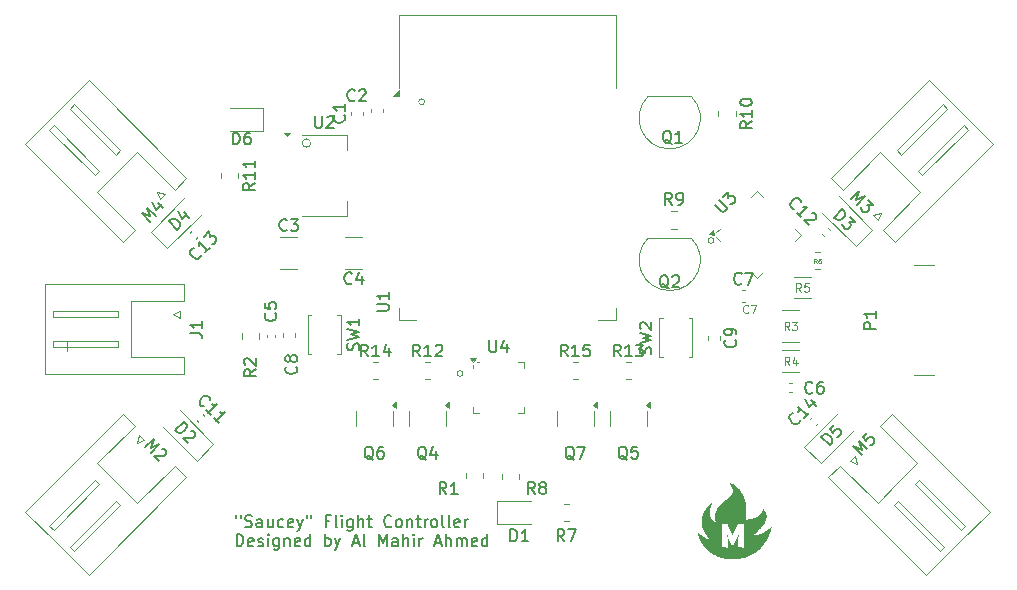
<source format=gbr>
%TF.GenerationSoftware,KiCad,Pcbnew,8.0.1*%
%TF.CreationDate,2024-07-15T00:54:35+06:00*%
%TF.ProjectId,saucey,73617563-6579-42e6-9b69-6361645f7063,1.0*%
%TF.SameCoordinates,Original*%
%TF.FileFunction,Legend,Top*%
%TF.FilePolarity,Positive*%
%FSLAX46Y46*%
G04 Gerber Fmt 4.6, Leading zero omitted, Abs format (unit mm)*
G04 Created by KiCad (PCBNEW 8.0.1) date 2024-07-15 00:54:35*
%MOMM*%
%LPD*%
G01*
G04 APERTURE LIST*
%ADD10C,0.100000*%
%ADD11C,0.120000*%
%ADD12C,0.150000*%
%ADD13C,0.070000*%
%ADD14C,0.000000*%
G04 APERTURE END LIST*
D10*
X160250000Y-64000000D02*
G75*
G02*
X159750000Y-64000000I-250000J0D01*
G01*
X159750000Y-64000000D02*
G75*
G02*
X160250000Y-64000000I250000J0D01*
G01*
X139000000Y-75250000D02*
G75*
G02*
X138500000Y-75250000I-250000J0D01*
G01*
X138500000Y-75250000D02*
G75*
G02*
X139000000Y-75250000I250000J0D01*
G01*
X126103553Y-55750000D02*
G75*
G02*
X125396447Y-55750000I-353553J0D01*
G01*
X125396447Y-55750000D02*
G75*
G02*
X126103553Y-55750000I353553J0D01*
G01*
X135750000Y-52250000D02*
G75*
G02*
X135250000Y-52250000I-250000J0D01*
G01*
X135250000Y-52250000D02*
G75*
G02*
X135750000Y-52250000I250000J0D01*
G01*
D11*
X163145613Y-70091426D02*
X163112280Y-70124760D01*
X163112280Y-70124760D02*
X163012280Y-70158093D01*
X163012280Y-70158093D02*
X162945613Y-70158093D01*
X162945613Y-70158093D02*
X162845613Y-70124760D01*
X162845613Y-70124760D02*
X162778947Y-70058093D01*
X162778947Y-70058093D02*
X162745613Y-69991426D01*
X162745613Y-69991426D02*
X162712280Y-69858093D01*
X162712280Y-69858093D02*
X162712280Y-69758093D01*
X162712280Y-69758093D02*
X162745613Y-69624760D01*
X162745613Y-69624760D02*
X162778947Y-69558093D01*
X162778947Y-69558093D02*
X162845613Y-69491426D01*
X162845613Y-69491426D02*
X162945613Y-69458093D01*
X162945613Y-69458093D02*
X163012280Y-69458093D01*
X163012280Y-69458093D02*
X163112280Y-69491426D01*
X163112280Y-69491426D02*
X163145613Y-69524760D01*
X163378947Y-69458093D02*
X163845613Y-69458093D01*
X163845613Y-69458093D02*
X163545613Y-70158093D01*
D10*
X105053884Y-72991466D02*
X105815789Y-72991466D01*
X105434836Y-73372419D02*
X105434836Y-72610514D01*
D12*
X119789160Y-87259875D02*
X119789160Y-87450351D01*
X120170112Y-87259875D02*
X120170112Y-87450351D01*
X120551065Y-88212256D02*
X120693922Y-88259875D01*
X120693922Y-88259875D02*
X120932017Y-88259875D01*
X120932017Y-88259875D02*
X121027255Y-88212256D01*
X121027255Y-88212256D02*
X121074874Y-88164636D01*
X121074874Y-88164636D02*
X121122493Y-88069398D01*
X121122493Y-88069398D02*
X121122493Y-87974160D01*
X121122493Y-87974160D02*
X121074874Y-87878922D01*
X121074874Y-87878922D02*
X121027255Y-87831303D01*
X121027255Y-87831303D02*
X120932017Y-87783684D01*
X120932017Y-87783684D02*
X120741541Y-87736065D01*
X120741541Y-87736065D02*
X120646303Y-87688446D01*
X120646303Y-87688446D02*
X120598684Y-87640827D01*
X120598684Y-87640827D02*
X120551065Y-87545589D01*
X120551065Y-87545589D02*
X120551065Y-87450351D01*
X120551065Y-87450351D02*
X120598684Y-87355113D01*
X120598684Y-87355113D02*
X120646303Y-87307494D01*
X120646303Y-87307494D02*
X120741541Y-87259875D01*
X120741541Y-87259875D02*
X120979636Y-87259875D01*
X120979636Y-87259875D02*
X121122493Y-87307494D01*
X121979636Y-88259875D02*
X121979636Y-87736065D01*
X121979636Y-87736065D02*
X121932017Y-87640827D01*
X121932017Y-87640827D02*
X121836779Y-87593208D01*
X121836779Y-87593208D02*
X121646303Y-87593208D01*
X121646303Y-87593208D02*
X121551065Y-87640827D01*
X121979636Y-88212256D02*
X121884398Y-88259875D01*
X121884398Y-88259875D02*
X121646303Y-88259875D01*
X121646303Y-88259875D02*
X121551065Y-88212256D01*
X121551065Y-88212256D02*
X121503446Y-88117017D01*
X121503446Y-88117017D02*
X121503446Y-88021779D01*
X121503446Y-88021779D02*
X121551065Y-87926541D01*
X121551065Y-87926541D02*
X121646303Y-87878922D01*
X121646303Y-87878922D02*
X121884398Y-87878922D01*
X121884398Y-87878922D02*
X121979636Y-87831303D01*
X122884398Y-87593208D02*
X122884398Y-88259875D01*
X122455827Y-87593208D02*
X122455827Y-88117017D01*
X122455827Y-88117017D02*
X122503446Y-88212256D01*
X122503446Y-88212256D02*
X122598684Y-88259875D01*
X122598684Y-88259875D02*
X122741541Y-88259875D01*
X122741541Y-88259875D02*
X122836779Y-88212256D01*
X122836779Y-88212256D02*
X122884398Y-88164636D01*
X123789160Y-88212256D02*
X123693922Y-88259875D01*
X123693922Y-88259875D02*
X123503446Y-88259875D01*
X123503446Y-88259875D02*
X123408208Y-88212256D01*
X123408208Y-88212256D02*
X123360589Y-88164636D01*
X123360589Y-88164636D02*
X123312970Y-88069398D01*
X123312970Y-88069398D02*
X123312970Y-87783684D01*
X123312970Y-87783684D02*
X123360589Y-87688446D01*
X123360589Y-87688446D02*
X123408208Y-87640827D01*
X123408208Y-87640827D02*
X123503446Y-87593208D01*
X123503446Y-87593208D02*
X123693922Y-87593208D01*
X123693922Y-87593208D02*
X123789160Y-87640827D01*
X124598684Y-88212256D02*
X124503446Y-88259875D01*
X124503446Y-88259875D02*
X124312970Y-88259875D01*
X124312970Y-88259875D02*
X124217732Y-88212256D01*
X124217732Y-88212256D02*
X124170113Y-88117017D01*
X124170113Y-88117017D02*
X124170113Y-87736065D01*
X124170113Y-87736065D02*
X124217732Y-87640827D01*
X124217732Y-87640827D02*
X124312970Y-87593208D01*
X124312970Y-87593208D02*
X124503446Y-87593208D01*
X124503446Y-87593208D02*
X124598684Y-87640827D01*
X124598684Y-87640827D02*
X124646303Y-87736065D01*
X124646303Y-87736065D02*
X124646303Y-87831303D01*
X124646303Y-87831303D02*
X124170113Y-87926541D01*
X124979637Y-87593208D02*
X125217732Y-88259875D01*
X125455827Y-87593208D02*
X125217732Y-88259875D01*
X125217732Y-88259875D02*
X125122494Y-88497970D01*
X125122494Y-88497970D02*
X125074875Y-88545589D01*
X125074875Y-88545589D02*
X124979637Y-88593208D01*
X125789161Y-87259875D02*
X125789161Y-87450351D01*
X126170113Y-87259875D02*
X126170113Y-87450351D01*
X127693923Y-87736065D02*
X127360590Y-87736065D01*
X127360590Y-88259875D02*
X127360590Y-87259875D01*
X127360590Y-87259875D02*
X127836780Y-87259875D01*
X128360590Y-88259875D02*
X128265352Y-88212256D01*
X128265352Y-88212256D02*
X128217733Y-88117017D01*
X128217733Y-88117017D02*
X128217733Y-87259875D01*
X128741543Y-88259875D02*
X128741543Y-87593208D01*
X128741543Y-87259875D02*
X128693924Y-87307494D01*
X128693924Y-87307494D02*
X128741543Y-87355113D01*
X128741543Y-87355113D02*
X128789162Y-87307494D01*
X128789162Y-87307494D02*
X128741543Y-87259875D01*
X128741543Y-87259875D02*
X128741543Y-87355113D01*
X129646304Y-87593208D02*
X129646304Y-88402732D01*
X129646304Y-88402732D02*
X129598685Y-88497970D01*
X129598685Y-88497970D02*
X129551066Y-88545589D01*
X129551066Y-88545589D02*
X129455828Y-88593208D01*
X129455828Y-88593208D02*
X129312971Y-88593208D01*
X129312971Y-88593208D02*
X129217733Y-88545589D01*
X129646304Y-88212256D02*
X129551066Y-88259875D01*
X129551066Y-88259875D02*
X129360590Y-88259875D01*
X129360590Y-88259875D02*
X129265352Y-88212256D01*
X129265352Y-88212256D02*
X129217733Y-88164636D01*
X129217733Y-88164636D02*
X129170114Y-88069398D01*
X129170114Y-88069398D02*
X129170114Y-87783684D01*
X129170114Y-87783684D02*
X129217733Y-87688446D01*
X129217733Y-87688446D02*
X129265352Y-87640827D01*
X129265352Y-87640827D02*
X129360590Y-87593208D01*
X129360590Y-87593208D02*
X129551066Y-87593208D01*
X129551066Y-87593208D02*
X129646304Y-87640827D01*
X130122495Y-88259875D02*
X130122495Y-87259875D01*
X130551066Y-88259875D02*
X130551066Y-87736065D01*
X130551066Y-87736065D02*
X130503447Y-87640827D01*
X130503447Y-87640827D02*
X130408209Y-87593208D01*
X130408209Y-87593208D02*
X130265352Y-87593208D01*
X130265352Y-87593208D02*
X130170114Y-87640827D01*
X130170114Y-87640827D02*
X130122495Y-87688446D01*
X130884400Y-87593208D02*
X131265352Y-87593208D01*
X131027257Y-87259875D02*
X131027257Y-88117017D01*
X131027257Y-88117017D02*
X131074876Y-88212256D01*
X131074876Y-88212256D02*
X131170114Y-88259875D01*
X131170114Y-88259875D02*
X131265352Y-88259875D01*
X132932019Y-88164636D02*
X132884400Y-88212256D01*
X132884400Y-88212256D02*
X132741543Y-88259875D01*
X132741543Y-88259875D02*
X132646305Y-88259875D01*
X132646305Y-88259875D02*
X132503448Y-88212256D01*
X132503448Y-88212256D02*
X132408210Y-88117017D01*
X132408210Y-88117017D02*
X132360591Y-88021779D01*
X132360591Y-88021779D02*
X132312972Y-87831303D01*
X132312972Y-87831303D02*
X132312972Y-87688446D01*
X132312972Y-87688446D02*
X132360591Y-87497970D01*
X132360591Y-87497970D02*
X132408210Y-87402732D01*
X132408210Y-87402732D02*
X132503448Y-87307494D01*
X132503448Y-87307494D02*
X132646305Y-87259875D01*
X132646305Y-87259875D02*
X132741543Y-87259875D01*
X132741543Y-87259875D02*
X132884400Y-87307494D01*
X132884400Y-87307494D02*
X132932019Y-87355113D01*
X133503448Y-88259875D02*
X133408210Y-88212256D01*
X133408210Y-88212256D02*
X133360591Y-88164636D01*
X133360591Y-88164636D02*
X133312972Y-88069398D01*
X133312972Y-88069398D02*
X133312972Y-87783684D01*
X133312972Y-87783684D02*
X133360591Y-87688446D01*
X133360591Y-87688446D02*
X133408210Y-87640827D01*
X133408210Y-87640827D02*
X133503448Y-87593208D01*
X133503448Y-87593208D02*
X133646305Y-87593208D01*
X133646305Y-87593208D02*
X133741543Y-87640827D01*
X133741543Y-87640827D02*
X133789162Y-87688446D01*
X133789162Y-87688446D02*
X133836781Y-87783684D01*
X133836781Y-87783684D02*
X133836781Y-88069398D01*
X133836781Y-88069398D02*
X133789162Y-88164636D01*
X133789162Y-88164636D02*
X133741543Y-88212256D01*
X133741543Y-88212256D02*
X133646305Y-88259875D01*
X133646305Y-88259875D02*
X133503448Y-88259875D01*
X134265353Y-87593208D02*
X134265353Y-88259875D01*
X134265353Y-87688446D02*
X134312972Y-87640827D01*
X134312972Y-87640827D02*
X134408210Y-87593208D01*
X134408210Y-87593208D02*
X134551067Y-87593208D01*
X134551067Y-87593208D02*
X134646305Y-87640827D01*
X134646305Y-87640827D02*
X134693924Y-87736065D01*
X134693924Y-87736065D02*
X134693924Y-88259875D01*
X135027258Y-87593208D02*
X135408210Y-87593208D01*
X135170115Y-87259875D02*
X135170115Y-88117017D01*
X135170115Y-88117017D02*
X135217734Y-88212256D01*
X135217734Y-88212256D02*
X135312972Y-88259875D01*
X135312972Y-88259875D02*
X135408210Y-88259875D01*
X135741544Y-88259875D02*
X135741544Y-87593208D01*
X135741544Y-87783684D02*
X135789163Y-87688446D01*
X135789163Y-87688446D02*
X135836782Y-87640827D01*
X135836782Y-87640827D02*
X135932020Y-87593208D01*
X135932020Y-87593208D02*
X136027258Y-87593208D01*
X136503449Y-88259875D02*
X136408211Y-88212256D01*
X136408211Y-88212256D02*
X136360592Y-88164636D01*
X136360592Y-88164636D02*
X136312973Y-88069398D01*
X136312973Y-88069398D02*
X136312973Y-87783684D01*
X136312973Y-87783684D02*
X136360592Y-87688446D01*
X136360592Y-87688446D02*
X136408211Y-87640827D01*
X136408211Y-87640827D02*
X136503449Y-87593208D01*
X136503449Y-87593208D02*
X136646306Y-87593208D01*
X136646306Y-87593208D02*
X136741544Y-87640827D01*
X136741544Y-87640827D02*
X136789163Y-87688446D01*
X136789163Y-87688446D02*
X136836782Y-87783684D01*
X136836782Y-87783684D02*
X136836782Y-88069398D01*
X136836782Y-88069398D02*
X136789163Y-88164636D01*
X136789163Y-88164636D02*
X136741544Y-88212256D01*
X136741544Y-88212256D02*
X136646306Y-88259875D01*
X136646306Y-88259875D02*
X136503449Y-88259875D01*
X137408211Y-88259875D02*
X137312973Y-88212256D01*
X137312973Y-88212256D02*
X137265354Y-88117017D01*
X137265354Y-88117017D02*
X137265354Y-87259875D01*
X137932021Y-88259875D02*
X137836783Y-88212256D01*
X137836783Y-88212256D02*
X137789164Y-88117017D01*
X137789164Y-88117017D02*
X137789164Y-87259875D01*
X138693926Y-88212256D02*
X138598688Y-88259875D01*
X138598688Y-88259875D02*
X138408212Y-88259875D01*
X138408212Y-88259875D02*
X138312974Y-88212256D01*
X138312974Y-88212256D02*
X138265355Y-88117017D01*
X138265355Y-88117017D02*
X138265355Y-87736065D01*
X138265355Y-87736065D02*
X138312974Y-87640827D01*
X138312974Y-87640827D02*
X138408212Y-87593208D01*
X138408212Y-87593208D02*
X138598688Y-87593208D01*
X138598688Y-87593208D02*
X138693926Y-87640827D01*
X138693926Y-87640827D02*
X138741545Y-87736065D01*
X138741545Y-87736065D02*
X138741545Y-87831303D01*
X138741545Y-87831303D02*
X138265355Y-87926541D01*
X139170117Y-88259875D02*
X139170117Y-87593208D01*
X139170117Y-87783684D02*
X139217736Y-87688446D01*
X139217736Y-87688446D02*
X139265355Y-87640827D01*
X139265355Y-87640827D02*
X139360593Y-87593208D01*
X139360593Y-87593208D02*
X139455831Y-87593208D01*
X119836779Y-89869819D02*
X119836779Y-88869819D01*
X119836779Y-88869819D02*
X120074874Y-88869819D01*
X120074874Y-88869819D02*
X120217731Y-88917438D01*
X120217731Y-88917438D02*
X120312969Y-89012676D01*
X120312969Y-89012676D02*
X120360588Y-89107914D01*
X120360588Y-89107914D02*
X120408207Y-89298390D01*
X120408207Y-89298390D02*
X120408207Y-89441247D01*
X120408207Y-89441247D02*
X120360588Y-89631723D01*
X120360588Y-89631723D02*
X120312969Y-89726961D01*
X120312969Y-89726961D02*
X120217731Y-89822200D01*
X120217731Y-89822200D02*
X120074874Y-89869819D01*
X120074874Y-89869819D02*
X119836779Y-89869819D01*
X121217731Y-89822200D02*
X121122493Y-89869819D01*
X121122493Y-89869819D02*
X120932017Y-89869819D01*
X120932017Y-89869819D02*
X120836779Y-89822200D01*
X120836779Y-89822200D02*
X120789160Y-89726961D01*
X120789160Y-89726961D02*
X120789160Y-89346009D01*
X120789160Y-89346009D02*
X120836779Y-89250771D01*
X120836779Y-89250771D02*
X120932017Y-89203152D01*
X120932017Y-89203152D02*
X121122493Y-89203152D01*
X121122493Y-89203152D02*
X121217731Y-89250771D01*
X121217731Y-89250771D02*
X121265350Y-89346009D01*
X121265350Y-89346009D02*
X121265350Y-89441247D01*
X121265350Y-89441247D02*
X120789160Y-89536485D01*
X121646303Y-89822200D02*
X121741541Y-89869819D01*
X121741541Y-89869819D02*
X121932017Y-89869819D01*
X121932017Y-89869819D02*
X122027255Y-89822200D01*
X122027255Y-89822200D02*
X122074874Y-89726961D01*
X122074874Y-89726961D02*
X122074874Y-89679342D01*
X122074874Y-89679342D02*
X122027255Y-89584104D01*
X122027255Y-89584104D02*
X121932017Y-89536485D01*
X121932017Y-89536485D02*
X121789160Y-89536485D01*
X121789160Y-89536485D02*
X121693922Y-89488866D01*
X121693922Y-89488866D02*
X121646303Y-89393628D01*
X121646303Y-89393628D02*
X121646303Y-89346009D01*
X121646303Y-89346009D02*
X121693922Y-89250771D01*
X121693922Y-89250771D02*
X121789160Y-89203152D01*
X121789160Y-89203152D02*
X121932017Y-89203152D01*
X121932017Y-89203152D02*
X122027255Y-89250771D01*
X122503446Y-89869819D02*
X122503446Y-89203152D01*
X122503446Y-88869819D02*
X122455827Y-88917438D01*
X122455827Y-88917438D02*
X122503446Y-88965057D01*
X122503446Y-88965057D02*
X122551065Y-88917438D01*
X122551065Y-88917438D02*
X122503446Y-88869819D01*
X122503446Y-88869819D02*
X122503446Y-88965057D01*
X123408207Y-89203152D02*
X123408207Y-90012676D01*
X123408207Y-90012676D02*
X123360588Y-90107914D01*
X123360588Y-90107914D02*
X123312969Y-90155533D01*
X123312969Y-90155533D02*
X123217731Y-90203152D01*
X123217731Y-90203152D02*
X123074874Y-90203152D01*
X123074874Y-90203152D02*
X122979636Y-90155533D01*
X123408207Y-89822200D02*
X123312969Y-89869819D01*
X123312969Y-89869819D02*
X123122493Y-89869819D01*
X123122493Y-89869819D02*
X123027255Y-89822200D01*
X123027255Y-89822200D02*
X122979636Y-89774580D01*
X122979636Y-89774580D02*
X122932017Y-89679342D01*
X122932017Y-89679342D02*
X122932017Y-89393628D01*
X122932017Y-89393628D02*
X122979636Y-89298390D01*
X122979636Y-89298390D02*
X123027255Y-89250771D01*
X123027255Y-89250771D02*
X123122493Y-89203152D01*
X123122493Y-89203152D02*
X123312969Y-89203152D01*
X123312969Y-89203152D02*
X123408207Y-89250771D01*
X123884398Y-89203152D02*
X123884398Y-89869819D01*
X123884398Y-89298390D02*
X123932017Y-89250771D01*
X123932017Y-89250771D02*
X124027255Y-89203152D01*
X124027255Y-89203152D02*
X124170112Y-89203152D01*
X124170112Y-89203152D02*
X124265350Y-89250771D01*
X124265350Y-89250771D02*
X124312969Y-89346009D01*
X124312969Y-89346009D02*
X124312969Y-89869819D01*
X125170112Y-89822200D02*
X125074874Y-89869819D01*
X125074874Y-89869819D02*
X124884398Y-89869819D01*
X124884398Y-89869819D02*
X124789160Y-89822200D01*
X124789160Y-89822200D02*
X124741541Y-89726961D01*
X124741541Y-89726961D02*
X124741541Y-89346009D01*
X124741541Y-89346009D02*
X124789160Y-89250771D01*
X124789160Y-89250771D02*
X124884398Y-89203152D01*
X124884398Y-89203152D02*
X125074874Y-89203152D01*
X125074874Y-89203152D02*
X125170112Y-89250771D01*
X125170112Y-89250771D02*
X125217731Y-89346009D01*
X125217731Y-89346009D02*
X125217731Y-89441247D01*
X125217731Y-89441247D02*
X124741541Y-89536485D01*
X126074874Y-89869819D02*
X126074874Y-88869819D01*
X126074874Y-89822200D02*
X125979636Y-89869819D01*
X125979636Y-89869819D02*
X125789160Y-89869819D01*
X125789160Y-89869819D02*
X125693922Y-89822200D01*
X125693922Y-89822200D02*
X125646303Y-89774580D01*
X125646303Y-89774580D02*
X125598684Y-89679342D01*
X125598684Y-89679342D02*
X125598684Y-89393628D01*
X125598684Y-89393628D02*
X125646303Y-89298390D01*
X125646303Y-89298390D02*
X125693922Y-89250771D01*
X125693922Y-89250771D02*
X125789160Y-89203152D01*
X125789160Y-89203152D02*
X125979636Y-89203152D01*
X125979636Y-89203152D02*
X126074874Y-89250771D01*
X127312970Y-89869819D02*
X127312970Y-88869819D01*
X127312970Y-89250771D02*
X127408208Y-89203152D01*
X127408208Y-89203152D02*
X127598684Y-89203152D01*
X127598684Y-89203152D02*
X127693922Y-89250771D01*
X127693922Y-89250771D02*
X127741541Y-89298390D01*
X127741541Y-89298390D02*
X127789160Y-89393628D01*
X127789160Y-89393628D02*
X127789160Y-89679342D01*
X127789160Y-89679342D02*
X127741541Y-89774580D01*
X127741541Y-89774580D02*
X127693922Y-89822200D01*
X127693922Y-89822200D02*
X127598684Y-89869819D01*
X127598684Y-89869819D02*
X127408208Y-89869819D01*
X127408208Y-89869819D02*
X127312970Y-89822200D01*
X128122494Y-89203152D02*
X128360589Y-89869819D01*
X128598684Y-89203152D02*
X128360589Y-89869819D01*
X128360589Y-89869819D02*
X128265351Y-90107914D01*
X128265351Y-90107914D02*
X128217732Y-90155533D01*
X128217732Y-90155533D02*
X128122494Y-90203152D01*
X129693923Y-89584104D02*
X130170113Y-89584104D01*
X129598685Y-89869819D02*
X129932018Y-88869819D01*
X129932018Y-88869819D02*
X130265351Y-89869819D01*
X130741542Y-89869819D02*
X130646304Y-89822200D01*
X130646304Y-89822200D02*
X130598685Y-89726961D01*
X130598685Y-89726961D02*
X130598685Y-88869819D01*
X131884400Y-89869819D02*
X131884400Y-88869819D01*
X131884400Y-88869819D02*
X132217733Y-89584104D01*
X132217733Y-89584104D02*
X132551066Y-88869819D01*
X132551066Y-88869819D02*
X132551066Y-89869819D01*
X133455828Y-89869819D02*
X133455828Y-89346009D01*
X133455828Y-89346009D02*
X133408209Y-89250771D01*
X133408209Y-89250771D02*
X133312971Y-89203152D01*
X133312971Y-89203152D02*
X133122495Y-89203152D01*
X133122495Y-89203152D02*
X133027257Y-89250771D01*
X133455828Y-89822200D02*
X133360590Y-89869819D01*
X133360590Y-89869819D02*
X133122495Y-89869819D01*
X133122495Y-89869819D02*
X133027257Y-89822200D01*
X133027257Y-89822200D02*
X132979638Y-89726961D01*
X132979638Y-89726961D02*
X132979638Y-89631723D01*
X132979638Y-89631723D02*
X133027257Y-89536485D01*
X133027257Y-89536485D02*
X133122495Y-89488866D01*
X133122495Y-89488866D02*
X133360590Y-89488866D01*
X133360590Y-89488866D02*
X133455828Y-89441247D01*
X133932019Y-89869819D02*
X133932019Y-88869819D01*
X134360590Y-89869819D02*
X134360590Y-89346009D01*
X134360590Y-89346009D02*
X134312971Y-89250771D01*
X134312971Y-89250771D02*
X134217733Y-89203152D01*
X134217733Y-89203152D02*
X134074876Y-89203152D01*
X134074876Y-89203152D02*
X133979638Y-89250771D01*
X133979638Y-89250771D02*
X133932019Y-89298390D01*
X134836781Y-89869819D02*
X134836781Y-89203152D01*
X134836781Y-88869819D02*
X134789162Y-88917438D01*
X134789162Y-88917438D02*
X134836781Y-88965057D01*
X134836781Y-88965057D02*
X134884400Y-88917438D01*
X134884400Y-88917438D02*
X134836781Y-88869819D01*
X134836781Y-88869819D02*
X134836781Y-88965057D01*
X135312971Y-89869819D02*
X135312971Y-89203152D01*
X135312971Y-89393628D02*
X135360590Y-89298390D01*
X135360590Y-89298390D02*
X135408209Y-89250771D01*
X135408209Y-89250771D02*
X135503447Y-89203152D01*
X135503447Y-89203152D02*
X135598685Y-89203152D01*
X136646305Y-89584104D02*
X137122495Y-89584104D01*
X136551067Y-89869819D02*
X136884400Y-88869819D01*
X136884400Y-88869819D02*
X137217733Y-89869819D01*
X137551067Y-89869819D02*
X137551067Y-88869819D01*
X137979638Y-89869819D02*
X137979638Y-89346009D01*
X137979638Y-89346009D02*
X137932019Y-89250771D01*
X137932019Y-89250771D02*
X137836781Y-89203152D01*
X137836781Y-89203152D02*
X137693924Y-89203152D01*
X137693924Y-89203152D02*
X137598686Y-89250771D01*
X137598686Y-89250771D02*
X137551067Y-89298390D01*
X138455829Y-89869819D02*
X138455829Y-89203152D01*
X138455829Y-89298390D02*
X138503448Y-89250771D01*
X138503448Y-89250771D02*
X138598686Y-89203152D01*
X138598686Y-89203152D02*
X138741543Y-89203152D01*
X138741543Y-89203152D02*
X138836781Y-89250771D01*
X138836781Y-89250771D02*
X138884400Y-89346009D01*
X138884400Y-89346009D02*
X138884400Y-89869819D01*
X138884400Y-89346009D02*
X138932019Y-89250771D01*
X138932019Y-89250771D02*
X139027257Y-89203152D01*
X139027257Y-89203152D02*
X139170114Y-89203152D01*
X139170114Y-89203152D02*
X139265353Y-89250771D01*
X139265353Y-89250771D02*
X139312972Y-89346009D01*
X139312972Y-89346009D02*
X139312972Y-89869819D01*
X140170114Y-89822200D02*
X140074876Y-89869819D01*
X140074876Y-89869819D02*
X139884400Y-89869819D01*
X139884400Y-89869819D02*
X139789162Y-89822200D01*
X139789162Y-89822200D02*
X139741543Y-89726961D01*
X139741543Y-89726961D02*
X139741543Y-89346009D01*
X139741543Y-89346009D02*
X139789162Y-89250771D01*
X139789162Y-89250771D02*
X139884400Y-89203152D01*
X139884400Y-89203152D02*
X140074876Y-89203152D01*
X140074876Y-89203152D02*
X140170114Y-89250771D01*
X140170114Y-89250771D02*
X140217733Y-89346009D01*
X140217733Y-89346009D02*
X140217733Y-89441247D01*
X140217733Y-89441247D02*
X139741543Y-89536485D01*
X141074876Y-89869819D02*
X141074876Y-88869819D01*
X141074876Y-89822200D02*
X140979638Y-89869819D01*
X140979638Y-89869819D02*
X140789162Y-89869819D01*
X140789162Y-89869819D02*
X140693924Y-89822200D01*
X140693924Y-89822200D02*
X140646305Y-89774580D01*
X140646305Y-89774580D02*
X140598686Y-89679342D01*
X140598686Y-89679342D02*
X140598686Y-89393628D01*
X140598686Y-89393628D02*
X140646305Y-89298390D01*
X140646305Y-89298390D02*
X140693924Y-89250771D01*
X140693924Y-89250771D02*
X140789162Y-89203152D01*
X140789162Y-89203152D02*
X140979638Y-89203152D01*
X140979638Y-89203152D02*
X141074876Y-89250771D01*
D10*
X105053884Y-69991466D02*
X105815789Y-69991466D01*
D12*
X162583333Y-67636508D02*
X162535714Y-67684128D01*
X162535714Y-67684128D02*
X162392857Y-67731747D01*
X162392857Y-67731747D02*
X162297619Y-67731747D01*
X162297619Y-67731747D02*
X162154762Y-67684128D01*
X162154762Y-67684128D02*
X162059524Y-67588889D01*
X162059524Y-67588889D02*
X162011905Y-67493651D01*
X162011905Y-67493651D02*
X161964286Y-67303175D01*
X161964286Y-67303175D02*
X161964286Y-67160318D01*
X161964286Y-67160318D02*
X162011905Y-66969842D01*
X162011905Y-66969842D02*
X162059524Y-66874604D01*
X162059524Y-66874604D02*
X162154762Y-66779366D01*
X162154762Y-66779366D02*
X162297619Y-66731747D01*
X162297619Y-66731747D02*
X162392857Y-66731747D01*
X162392857Y-66731747D02*
X162535714Y-66779366D01*
X162535714Y-66779366D02*
X162583333Y-66826985D01*
X162916667Y-66731747D02*
X163583333Y-66731747D01*
X163583333Y-66731747D02*
X163154762Y-67731747D01*
X128929580Y-53396666D02*
X128977200Y-53444285D01*
X128977200Y-53444285D02*
X129024819Y-53587142D01*
X129024819Y-53587142D02*
X129024819Y-53682380D01*
X129024819Y-53682380D02*
X128977200Y-53825237D01*
X128977200Y-53825237D02*
X128881961Y-53920475D01*
X128881961Y-53920475D02*
X128786723Y-53968094D01*
X128786723Y-53968094D02*
X128596247Y-54015713D01*
X128596247Y-54015713D02*
X128453390Y-54015713D01*
X128453390Y-54015713D02*
X128262914Y-53968094D01*
X128262914Y-53968094D02*
X128167676Y-53920475D01*
X128167676Y-53920475D02*
X128072438Y-53825237D01*
X128072438Y-53825237D02*
X128024819Y-53682380D01*
X128024819Y-53682380D02*
X128024819Y-53587142D01*
X128024819Y-53587142D02*
X128072438Y-53444285D01*
X128072438Y-53444285D02*
X128120057Y-53396666D01*
X129024819Y-52444285D02*
X129024819Y-53015713D01*
X129024819Y-52729999D02*
X128024819Y-52729999D01*
X128024819Y-52729999D02*
X128167676Y-52825237D01*
X128167676Y-52825237D02*
X128262914Y-52920475D01*
X128262914Y-52920475D02*
X128310533Y-53015713D01*
X154907200Y-73583332D02*
X154954819Y-73440475D01*
X154954819Y-73440475D02*
X154954819Y-73202380D01*
X154954819Y-73202380D02*
X154907200Y-73107142D01*
X154907200Y-73107142D02*
X154859580Y-73059523D01*
X154859580Y-73059523D02*
X154764342Y-73011904D01*
X154764342Y-73011904D02*
X154669104Y-73011904D01*
X154669104Y-73011904D02*
X154573866Y-73059523D01*
X154573866Y-73059523D02*
X154526247Y-73107142D01*
X154526247Y-73107142D02*
X154478628Y-73202380D01*
X154478628Y-73202380D02*
X154431009Y-73392856D01*
X154431009Y-73392856D02*
X154383390Y-73488094D01*
X154383390Y-73488094D02*
X154335771Y-73535713D01*
X154335771Y-73535713D02*
X154240533Y-73583332D01*
X154240533Y-73583332D02*
X154145295Y-73583332D01*
X154145295Y-73583332D02*
X154050057Y-73535713D01*
X154050057Y-73535713D02*
X154002438Y-73488094D01*
X154002438Y-73488094D02*
X153954819Y-73392856D01*
X153954819Y-73392856D02*
X153954819Y-73154761D01*
X153954819Y-73154761D02*
X154002438Y-73011904D01*
X153954819Y-72678570D02*
X154954819Y-72440475D01*
X154954819Y-72440475D02*
X154240533Y-72249999D01*
X154240533Y-72249999D02*
X154954819Y-72059523D01*
X154954819Y-72059523D02*
X153954819Y-71821428D01*
X154050057Y-71488094D02*
X154002438Y-71440475D01*
X154002438Y-71440475D02*
X153954819Y-71345237D01*
X153954819Y-71345237D02*
X153954819Y-71107142D01*
X153954819Y-71107142D02*
X154002438Y-71011904D01*
X154002438Y-71011904D02*
X154050057Y-70964285D01*
X154050057Y-70964285D02*
X154145295Y-70916666D01*
X154145295Y-70916666D02*
X154240533Y-70916666D01*
X154240533Y-70916666D02*
X154383390Y-70964285D01*
X154383390Y-70964285D02*
X154954819Y-71535713D01*
X154954819Y-71535713D02*
X154954819Y-70916666D01*
X130157200Y-73283333D02*
X130204819Y-73140476D01*
X130204819Y-73140476D02*
X130204819Y-72902381D01*
X130204819Y-72902381D02*
X130157200Y-72807143D01*
X130157200Y-72807143D02*
X130109580Y-72759524D01*
X130109580Y-72759524D02*
X130014342Y-72711905D01*
X130014342Y-72711905D02*
X129919104Y-72711905D01*
X129919104Y-72711905D02*
X129823866Y-72759524D01*
X129823866Y-72759524D02*
X129776247Y-72807143D01*
X129776247Y-72807143D02*
X129728628Y-72902381D01*
X129728628Y-72902381D02*
X129681009Y-73092857D01*
X129681009Y-73092857D02*
X129633390Y-73188095D01*
X129633390Y-73188095D02*
X129585771Y-73235714D01*
X129585771Y-73235714D02*
X129490533Y-73283333D01*
X129490533Y-73283333D02*
X129395295Y-73283333D01*
X129395295Y-73283333D02*
X129300057Y-73235714D01*
X129300057Y-73235714D02*
X129252438Y-73188095D01*
X129252438Y-73188095D02*
X129204819Y-73092857D01*
X129204819Y-73092857D02*
X129204819Y-72854762D01*
X129204819Y-72854762D02*
X129252438Y-72711905D01*
X129204819Y-72378571D02*
X130204819Y-72140476D01*
X130204819Y-72140476D02*
X129490533Y-71950000D01*
X129490533Y-71950000D02*
X130204819Y-71759524D01*
X130204819Y-71759524D02*
X129204819Y-71521429D01*
X130204819Y-70616667D02*
X130204819Y-71188095D01*
X130204819Y-70902381D02*
X129204819Y-70902381D01*
X129204819Y-70902381D02*
X129347676Y-70997619D01*
X129347676Y-70997619D02*
X129442914Y-71092857D01*
X129442914Y-71092857D02*
X129490533Y-71188095D01*
X173954819Y-71488094D02*
X172954819Y-71488094D01*
X172954819Y-71488094D02*
X172954819Y-71107142D01*
X172954819Y-71107142D02*
X173002438Y-71011904D01*
X173002438Y-71011904D02*
X173050057Y-70964285D01*
X173050057Y-70964285D02*
X173145295Y-70916666D01*
X173145295Y-70916666D02*
X173288152Y-70916666D01*
X173288152Y-70916666D02*
X173383390Y-70964285D01*
X173383390Y-70964285D02*
X173431009Y-71011904D01*
X173431009Y-71011904D02*
X173478628Y-71107142D01*
X173478628Y-71107142D02*
X173478628Y-71488094D01*
X173954819Y-69964285D02*
X173954819Y-70535713D01*
X173954819Y-70249999D02*
X172954819Y-70249999D01*
X172954819Y-70249999D02*
X173097676Y-70345237D01*
X173097676Y-70345237D02*
X173192914Y-70440475D01*
X173192914Y-70440475D02*
X173240533Y-70535713D01*
X141238095Y-72454819D02*
X141238095Y-73264342D01*
X141238095Y-73264342D02*
X141285714Y-73359580D01*
X141285714Y-73359580D02*
X141333333Y-73407200D01*
X141333333Y-73407200D02*
X141428571Y-73454819D01*
X141428571Y-73454819D02*
X141619047Y-73454819D01*
X141619047Y-73454819D02*
X141714285Y-73407200D01*
X141714285Y-73407200D02*
X141761904Y-73359580D01*
X141761904Y-73359580D02*
X141809523Y-73264342D01*
X141809523Y-73264342D02*
X141809523Y-72454819D01*
X142714285Y-72788152D02*
X142714285Y-73454819D01*
X142476190Y-72407200D02*
X142238095Y-73121485D01*
X142238095Y-73121485D02*
X142857142Y-73121485D01*
X172749185Y-82144025D02*
X172042079Y-81436918D01*
X172042079Y-81436918D02*
X172782857Y-81706292D01*
X172782857Y-81706292D02*
X172513483Y-80965514D01*
X172513483Y-80965514D02*
X173220590Y-81672620D01*
X173186918Y-80292079D02*
X172850201Y-80628796D01*
X172850201Y-80628796D02*
X173153246Y-80999185D01*
X173153246Y-80999185D02*
X173153246Y-80931842D01*
X173153246Y-80931842D02*
X173186918Y-80830827D01*
X173186918Y-80830827D02*
X173355277Y-80662468D01*
X173355277Y-80662468D02*
X173456292Y-80628796D01*
X173456292Y-80628796D02*
X173523636Y-80628796D01*
X173523636Y-80628796D02*
X173624651Y-80662468D01*
X173624651Y-80662468D02*
X173793010Y-80830827D01*
X173793010Y-80830827D02*
X173826681Y-80931842D01*
X173826681Y-80931842D02*
X173826681Y-80999185D01*
X173826681Y-80999185D02*
X173793010Y-81100201D01*
X173793010Y-81100201D02*
X173624651Y-81268559D01*
X173624651Y-81268559D02*
X173523636Y-81302231D01*
X173523636Y-81302231D02*
X173456292Y-81302231D01*
X112499185Y-62394025D02*
X111792079Y-61686918D01*
X111792079Y-61686918D02*
X112532857Y-61956292D01*
X112532857Y-61956292D02*
X112263483Y-61215514D01*
X112263483Y-61215514D02*
X112970590Y-61922620D01*
X113138949Y-60811453D02*
X113610353Y-61282857D01*
X112701216Y-60710437D02*
X113037933Y-61383872D01*
X113037933Y-61383872D02*
X113475666Y-60946140D01*
X171855974Y-60499185D02*
X172563081Y-59792079D01*
X172563081Y-59792079D02*
X172293707Y-60532857D01*
X172293707Y-60532857D02*
X173034485Y-60263483D01*
X173034485Y-60263483D02*
X172327379Y-60970590D01*
X173303859Y-60532857D02*
X173741592Y-60970590D01*
X173741592Y-60970590D02*
X173236516Y-61004262D01*
X173236516Y-61004262D02*
X173337531Y-61105277D01*
X173337531Y-61105277D02*
X173371203Y-61206292D01*
X173371203Y-61206292D02*
X173371203Y-61273636D01*
X173371203Y-61273636D02*
X173337531Y-61374651D01*
X173337531Y-61374651D02*
X173169172Y-61543010D01*
X173169172Y-61543010D02*
X173068157Y-61576681D01*
X173068157Y-61576681D02*
X173000814Y-61576681D01*
X173000814Y-61576681D02*
X172899798Y-61543010D01*
X172899798Y-61543010D02*
X172697768Y-61340979D01*
X172697768Y-61340979D02*
X172664096Y-61239964D01*
X172664096Y-61239964D02*
X172664096Y-61172620D01*
X112105974Y-81499185D02*
X112813081Y-80792079D01*
X112813081Y-80792079D02*
X112543707Y-81532857D01*
X112543707Y-81532857D02*
X113284485Y-81263483D01*
X113284485Y-81263483D02*
X112577379Y-81970590D01*
X113520188Y-81633872D02*
X113587531Y-81633872D01*
X113587531Y-81633872D02*
X113688546Y-81667544D01*
X113688546Y-81667544D02*
X113856905Y-81835903D01*
X113856905Y-81835903D02*
X113890577Y-81936918D01*
X113890577Y-81936918D02*
X113890577Y-82004262D01*
X113890577Y-82004262D02*
X113856905Y-82105277D01*
X113856905Y-82105277D02*
X113789562Y-82172620D01*
X113789562Y-82172620D02*
X113654875Y-82239964D01*
X113654875Y-82239964D02*
X112846753Y-82239964D01*
X112846753Y-82239964D02*
X113284485Y-82677697D01*
X115904819Y-71833333D02*
X116619104Y-71833333D01*
X116619104Y-71833333D02*
X116761961Y-71880952D01*
X116761961Y-71880952D02*
X116857200Y-71976190D01*
X116857200Y-71976190D02*
X116904819Y-72119047D01*
X116904819Y-72119047D02*
X116904819Y-72214285D01*
X116904819Y-70833333D02*
X116904819Y-71404761D01*
X116904819Y-71119047D02*
X115904819Y-71119047D01*
X115904819Y-71119047D02*
X116047676Y-71214285D01*
X116047676Y-71214285D02*
X116142914Y-71309523D01*
X116142914Y-71309523D02*
X116190533Y-71404761D01*
X129583333Y-67609580D02*
X129535714Y-67657200D01*
X129535714Y-67657200D02*
X129392857Y-67704819D01*
X129392857Y-67704819D02*
X129297619Y-67704819D01*
X129297619Y-67704819D02*
X129154762Y-67657200D01*
X129154762Y-67657200D02*
X129059524Y-67561961D01*
X129059524Y-67561961D02*
X129011905Y-67466723D01*
X129011905Y-67466723D02*
X128964286Y-67276247D01*
X128964286Y-67276247D02*
X128964286Y-67133390D01*
X128964286Y-67133390D02*
X129011905Y-66942914D01*
X129011905Y-66942914D02*
X129059524Y-66847676D01*
X129059524Y-66847676D02*
X129154762Y-66752438D01*
X129154762Y-66752438D02*
X129297619Y-66704819D01*
X129297619Y-66704819D02*
X129392857Y-66704819D01*
X129392857Y-66704819D02*
X129535714Y-66752438D01*
X129535714Y-66752438D02*
X129583333Y-66800057D01*
X130440476Y-67038152D02*
X130440476Y-67704819D01*
X130202381Y-66657200D02*
X129964286Y-67371485D01*
X129964286Y-67371485D02*
X130583333Y-67371485D01*
X148404761Y-82550057D02*
X148309523Y-82502438D01*
X148309523Y-82502438D02*
X148214285Y-82407200D01*
X148214285Y-82407200D02*
X148071428Y-82264342D01*
X148071428Y-82264342D02*
X147976190Y-82216723D01*
X147976190Y-82216723D02*
X147880952Y-82216723D01*
X147928571Y-82454819D02*
X147833333Y-82407200D01*
X147833333Y-82407200D02*
X147738095Y-82311961D01*
X147738095Y-82311961D02*
X147690476Y-82121485D01*
X147690476Y-82121485D02*
X147690476Y-81788152D01*
X147690476Y-81788152D02*
X147738095Y-81597676D01*
X147738095Y-81597676D02*
X147833333Y-81502438D01*
X147833333Y-81502438D02*
X147928571Y-81454819D01*
X147928571Y-81454819D02*
X148119047Y-81454819D01*
X148119047Y-81454819D02*
X148214285Y-81502438D01*
X148214285Y-81502438D02*
X148309523Y-81597676D01*
X148309523Y-81597676D02*
X148357142Y-81788152D01*
X148357142Y-81788152D02*
X148357142Y-82121485D01*
X148357142Y-82121485D02*
X148309523Y-82311961D01*
X148309523Y-82311961D02*
X148214285Y-82407200D01*
X148214285Y-82407200D02*
X148119047Y-82454819D01*
X148119047Y-82454819D02*
X147928571Y-82454819D01*
X148690476Y-81454819D02*
X149357142Y-81454819D01*
X149357142Y-81454819D02*
X148928571Y-82454819D01*
X145083333Y-85454819D02*
X144750000Y-84978628D01*
X144511905Y-85454819D02*
X144511905Y-84454819D01*
X144511905Y-84454819D02*
X144892857Y-84454819D01*
X144892857Y-84454819D02*
X144988095Y-84502438D01*
X144988095Y-84502438D02*
X145035714Y-84550057D01*
X145035714Y-84550057D02*
X145083333Y-84645295D01*
X145083333Y-84645295D02*
X145083333Y-84788152D01*
X145083333Y-84788152D02*
X145035714Y-84883390D01*
X145035714Y-84883390D02*
X144988095Y-84931009D01*
X144988095Y-84931009D02*
X144892857Y-84978628D01*
X144892857Y-84978628D02*
X144511905Y-84978628D01*
X145654762Y-84883390D02*
X145559524Y-84835771D01*
X145559524Y-84835771D02*
X145511905Y-84788152D01*
X145511905Y-84788152D02*
X145464286Y-84692914D01*
X145464286Y-84692914D02*
X145464286Y-84645295D01*
X145464286Y-84645295D02*
X145511905Y-84550057D01*
X145511905Y-84550057D02*
X145559524Y-84502438D01*
X145559524Y-84502438D02*
X145654762Y-84454819D01*
X145654762Y-84454819D02*
X145845238Y-84454819D01*
X145845238Y-84454819D02*
X145940476Y-84502438D01*
X145940476Y-84502438D02*
X145988095Y-84550057D01*
X145988095Y-84550057D02*
X146035714Y-84645295D01*
X146035714Y-84645295D02*
X146035714Y-84692914D01*
X146035714Y-84692914D02*
X145988095Y-84788152D01*
X145988095Y-84788152D02*
X145940476Y-84835771D01*
X145940476Y-84835771D02*
X145845238Y-84883390D01*
X145845238Y-84883390D02*
X145654762Y-84883390D01*
X145654762Y-84883390D02*
X145559524Y-84931009D01*
X145559524Y-84931009D02*
X145511905Y-84978628D01*
X145511905Y-84978628D02*
X145464286Y-85073866D01*
X145464286Y-85073866D02*
X145464286Y-85264342D01*
X145464286Y-85264342D02*
X145511905Y-85359580D01*
X145511905Y-85359580D02*
X145559524Y-85407200D01*
X145559524Y-85407200D02*
X145654762Y-85454819D01*
X145654762Y-85454819D02*
X145845238Y-85454819D01*
X145845238Y-85454819D02*
X145940476Y-85407200D01*
X145940476Y-85407200D02*
X145988095Y-85359580D01*
X145988095Y-85359580D02*
X146035714Y-85264342D01*
X146035714Y-85264342D02*
X146035714Y-85073866D01*
X146035714Y-85073866D02*
X145988095Y-84978628D01*
X145988095Y-84978628D02*
X145940476Y-84931009D01*
X145940476Y-84931009D02*
X145845238Y-84883390D01*
X135904761Y-82550057D02*
X135809523Y-82502438D01*
X135809523Y-82502438D02*
X135714285Y-82407200D01*
X135714285Y-82407200D02*
X135571428Y-82264342D01*
X135571428Y-82264342D02*
X135476190Y-82216723D01*
X135476190Y-82216723D02*
X135380952Y-82216723D01*
X135428571Y-82454819D02*
X135333333Y-82407200D01*
X135333333Y-82407200D02*
X135238095Y-82311961D01*
X135238095Y-82311961D02*
X135190476Y-82121485D01*
X135190476Y-82121485D02*
X135190476Y-81788152D01*
X135190476Y-81788152D02*
X135238095Y-81597676D01*
X135238095Y-81597676D02*
X135333333Y-81502438D01*
X135333333Y-81502438D02*
X135428571Y-81454819D01*
X135428571Y-81454819D02*
X135619047Y-81454819D01*
X135619047Y-81454819D02*
X135714285Y-81502438D01*
X135714285Y-81502438D02*
X135809523Y-81597676D01*
X135809523Y-81597676D02*
X135857142Y-81788152D01*
X135857142Y-81788152D02*
X135857142Y-82121485D01*
X135857142Y-82121485D02*
X135809523Y-82311961D01*
X135809523Y-82311961D02*
X135714285Y-82407200D01*
X135714285Y-82407200D02*
X135619047Y-82454819D01*
X135619047Y-82454819D02*
X135428571Y-82454819D01*
X136714285Y-81788152D02*
X136714285Y-82454819D01*
X136476190Y-81407200D02*
X136238095Y-82121485D01*
X136238095Y-82121485D02*
X136857142Y-82121485D01*
X147583333Y-89454819D02*
X147250000Y-88978628D01*
X147011905Y-89454819D02*
X147011905Y-88454819D01*
X147011905Y-88454819D02*
X147392857Y-88454819D01*
X147392857Y-88454819D02*
X147488095Y-88502438D01*
X147488095Y-88502438D02*
X147535714Y-88550057D01*
X147535714Y-88550057D02*
X147583333Y-88645295D01*
X147583333Y-88645295D02*
X147583333Y-88788152D01*
X147583333Y-88788152D02*
X147535714Y-88883390D01*
X147535714Y-88883390D02*
X147488095Y-88931009D01*
X147488095Y-88931009D02*
X147392857Y-88978628D01*
X147392857Y-88978628D02*
X147011905Y-88978628D01*
X147916667Y-88454819D02*
X148583333Y-88454819D01*
X148583333Y-88454819D02*
X148154762Y-89454819D01*
X156404762Y-68050057D02*
X156309524Y-68002438D01*
X156309524Y-68002438D02*
X156214286Y-67907200D01*
X156214286Y-67907200D02*
X156071429Y-67764342D01*
X156071429Y-67764342D02*
X155976191Y-67716723D01*
X155976191Y-67716723D02*
X155880953Y-67716723D01*
X155928572Y-67954819D02*
X155833334Y-67907200D01*
X155833334Y-67907200D02*
X155738096Y-67811961D01*
X155738096Y-67811961D02*
X155690477Y-67621485D01*
X155690477Y-67621485D02*
X155690477Y-67288152D01*
X155690477Y-67288152D02*
X155738096Y-67097676D01*
X155738096Y-67097676D02*
X155833334Y-67002438D01*
X155833334Y-67002438D02*
X155928572Y-66954819D01*
X155928572Y-66954819D02*
X156119048Y-66954819D01*
X156119048Y-66954819D02*
X156214286Y-67002438D01*
X156214286Y-67002438D02*
X156309524Y-67097676D01*
X156309524Y-67097676D02*
X156357143Y-67288152D01*
X156357143Y-67288152D02*
X156357143Y-67621485D01*
X156357143Y-67621485D02*
X156309524Y-67811961D01*
X156309524Y-67811961D02*
X156214286Y-67907200D01*
X156214286Y-67907200D02*
X156119048Y-67954819D01*
X156119048Y-67954819D02*
X155928572Y-67954819D01*
X156738096Y-67050057D02*
X156785715Y-67002438D01*
X156785715Y-67002438D02*
X156880953Y-66954819D01*
X156880953Y-66954819D02*
X157119048Y-66954819D01*
X157119048Y-66954819D02*
X157214286Y-67002438D01*
X157214286Y-67002438D02*
X157261905Y-67050057D01*
X157261905Y-67050057D02*
X157309524Y-67145295D01*
X157309524Y-67145295D02*
X157309524Y-67240533D01*
X157309524Y-67240533D02*
X157261905Y-67383390D01*
X157261905Y-67383390D02*
X156690477Y-67954819D01*
X156690477Y-67954819D02*
X157309524Y-67954819D01*
X131704819Y-69961904D02*
X132514342Y-69961904D01*
X132514342Y-69961904D02*
X132609580Y-69914285D01*
X132609580Y-69914285D02*
X132657200Y-69866666D01*
X132657200Y-69866666D02*
X132704819Y-69771428D01*
X132704819Y-69771428D02*
X132704819Y-69580952D01*
X132704819Y-69580952D02*
X132657200Y-69485714D01*
X132657200Y-69485714D02*
X132609580Y-69438095D01*
X132609580Y-69438095D02*
X132514342Y-69390476D01*
X132514342Y-69390476D02*
X131704819Y-69390476D01*
X132704819Y-68390476D02*
X132704819Y-68961904D01*
X132704819Y-68676190D02*
X131704819Y-68676190D01*
X131704819Y-68676190D02*
X131847676Y-68771428D01*
X131847676Y-68771428D02*
X131942914Y-68866666D01*
X131942914Y-68866666D02*
X131990533Y-68961904D01*
X163464818Y-53912857D02*
X162988627Y-54246190D01*
X163464818Y-54484285D02*
X162464818Y-54484285D01*
X162464818Y-54484285D02*
X162464818Y-54103333D01*
X162464818Y-54103333D02*
X162512437Y-54008095D01*
X162512437Y-54008095D02*
X162560056Y-53960476D01*
X162560056Y-53960476D02*
X162655294Y-53912857D01*
X162655294Y-53912857D02*
X162798151Y-53912857D01*
X162798151Y-53912857D02*
X162893389Y-53960476D01*
X162893389Y-53960476D02*
X162941008Y-54008095D01*
X162941008Y-54008095D02*
X162988627Y-54103333D01*
X162988627Y-54103333D02*
X162988627Y-54484285D01*
X163464818Y-52960476D02*
X163464818Y-53531904D01*
X163464818Y-53246190D02*
X162464818Y-53246190D01*
X162464818Y-53246190D02*
X162607675Y-53341428D01*
X162607675Y-53341428D02*
X162702913Y-53436666D01*
X162702913Y-53436666D02*
X162750532Y-53531904D01*
X162464818Y-52341428D02*
X162464818Y-52246190D01*
X162464818Y-52246190D02*
X162512437Y-52150952D01*
X162512437Y-52150952D02*
X162560056Y-52103333D01*
X162560056Y-52103333D02*
X162655294Y-52055714D01*
X162655294Y-52055714D02*
X162845770Y-52008095D01*
X162845770Y-52008095D02*
X163083865Y-52008095D01*
X163083865Y-52008095D02*
X163274341Y-52055714D01*
X163274341Y-52055714D02*
X163369579Y-52103333D01*
X163369579Y-52103333D02*
X163417199Y-52150952D01*
X163417199Y-52150952D02*
X163464818Y-52246190D01*
X163464818Y-52246190D02*
X163464818Y-52341428D01*
X163464818Y-52341428D02*
X163417199Y-52436666D01*
X163417199Y-52436666D02*
X163369579Y-52484285D01*
X163369579Y-52484285D02*
X163274341Y-52531904D01*
X163274341Y-52531904D02*
X163083865Y-52579523D01*
X163083865Y-52579523D02*
X162845770Y-52579523D01*
X162845770Y-52579523D02*
X162655294Y-52531904D01*
X162655294Y-52531904D02*
X162560056Y-52484285D01*
X162560056Y-52484285D02*
X162512437Y-52436666D01*
X162512437Y-52436666D02*
X162464818Y-52341428D01*
X130944642Y-73804819D02*
X130611309Y-73328628D01*
X130373214Y-73804819D02*
X130373214Y-72804819D01*
X130373214Y-72804819D02*
X130754166Y-72804819D01*
X130754166Y-72804819D02*
X130849404Y-72852438D01*
X130849404Y-72852438D02*
X130897023Y-72900057D01*
X130897023Y-72900057D02*
X130944642Y-72995295D01*
X130944642Y-72995295D02*
X130944642Y-73138152D01*
X130944642Y-73138152D02*
X130897023Y-73233390D01*
X130897023Y-73233390D02*
X130849404Y-73281009D01*
X130849404Y-73281009D02*
X130754166Y-73328628D01*
X130754166Y-73328628D02*
X130373214Y-73328628D01*
X131897023Y-73804819D02*
X131325595Y-73804819D01*
X131611309Y-73804819D02*
X131611309Y-72804819D01*
X131611309Y-72804819D02*
X131516071Y-72947676D01*
X131516071Y-72947676D02*
X131420833Y-73042914D01*
X131420833Y-73042914D02*
X131325595Y-73090533D01*
X132754166Y-73138152D02*
X132754166Y-73804819D01*
X132516071Y-72757200D02*
X132277976Y-73471485D01*
X132277976Y-73471485D02*
X132897023Y-73471485D01*
X152904761Y-82550057D02*
X152809523Y-82502438D01*
X152809523Y-82502438D02*
X152714285Y-82407200D01*
X152714285Y-82407200D02*
X152571428Y-82264342D01*
X152571428Y-82264342D02*
X152476190Y-82216723D01*
X152476190Y-82216723D02*
X152380952Y-82216723D01*
X152428571Y-82454819D02*
X152333333Y-82407200D01*
X152333333Y-82407200D02*
X152238095Y-82311961D01*
X152238095Y-82311961D02*
X152190476Y-82121485D01*
X152190476Y-82121485D02*
X152190476Y-81788152D01*
X152190476Y-81788152D02*
X152238095Y-81597676D01*
X152238095Y-81597676D02*
X152333333Y-81502438D01*
X152333333Y-81502438D02*
X152428571Y-81454819D01*
X152428571Y-81454819D02*
X152619047Y-81454819D01*
X152619047Y-81454819D02*
X152714285Y-81502438D01*
X152714285Y-81502438D02*
X152809523Y-81597676D01*
X152809523Y-81597676D02*
X152857142Y-81788152D01*
X152857142Y-81788152D02*
X152857142Y-82121485D01*
X152857142Y-82121485D02*
X152809523Y-82311961D01*
X152809523Y-82311961D02*
X152714285Y-82407200D01*
X152714285Y-82407200D02*
X152619047Y-82454819D01*
X152619047Y-82454819D02*
X152428571Y-82454819D01*
X153761904Y-81454819D02*
X153285714Y-81454819D01*
X153285714Y-81454819D02*
X153238095Y-81931009D01*
X153238095Y-81931009D02*
X153285714Y-81883390D01*
X153285714Y-81883390D02*
X153380952Y-81835771D01*
X153380952Y-81835771D02*
X153619047Y-81835771D01*
X153619047Y-81835771D02*
X153714285Y-81883390D01*
X153714285Y-81883390D02*
X153761904Y-81931009D01*
X153761904Y-81931009D02*
X153809523Y-82026247D01*
X153809523Y-82026247D02*
X153809523Y-82264342D01*
X153809523Y-82264342D02*
X153761904Y-82359580D01*
X153761904Y-82359580D02*
X153714285Y-82407200D01*
X153714285Y-82407200D02*
X153619047Y-82454819D01*
X153619047Y-82454819D02*
X153380952Y-82454819D01*
X153380952Y-82454819D02*
X153285714Y-82407200D01*
X153285714Y-82407200D02*
X153238095Y-82359580D01*
X162039580Y-72416666D02*
X162087200Y-72464285D01*
X162087200Y-72464285D02*
X162134819Y-72607142D01*
X162134819Y-72607142D02*
X162134819Y-72702380D01*
X162134819Y-72702380D02*
X162087200Y-72845237D01*
X162087200Y-72845237D02*
X161991961Y-72940475D01*
X161991961Y-72940475D02*
X161896723Y-72988094D01*
X161896723Y-72988094D02*
X161706247Y-73035713D01*
X161706247Y-73035713D02*
X161563390Y-73035713D01*
X161563390Y-73035713D02*
X161372914Y-72988094D01*
X161372914Y-72988094D02*
X161277676Y-72940475D01*
X161277676Y-72940475D02*
X161182438Y-72845237D01*
X161182438Y-72845237D02*
X161134819Y-72702380D01*
X161134819Y-72702380D02*
X161134819Y-72607142D01*
X161134819Y-72607142D02*
X161182438Y-72464285D01*
X161182438Y-72464285D02*
X161230057Y-72416666D01*
X162134819Y-71940475D02*
X162134819Y-71749999D01*
X162134819Y-71749999D02*
X162087200Y-71654761D01*
X162087200Y-71654761D02*
X162039580Y-71607142D01*
X162039580Y-71607142D02*
X161896723Y-71511904D01*
X161896723Y-71511904D02*
X161706247Y-71464285D01*
X161706247Y-71464285D02*
X161325295Y-71464285D01*
X161325295Y-71464285D02*
X161230057Y-71511904D01*
X161230057Y-71511904D02*
X161182438Y-71559523D01*
X161182438Y-71559523D02*
X161134819Y-71654761D01*
X161134819Y-71654761D02*
X161134819Y-71845237D01*
X161134819Y-71845237D02*
X161182438Y-71940475D01*
X161182438Y-71940475D02*
X161230057Y-71988094D01*
X161230057Y-71988094D02*
X161325295Y-72035713D01*
X161325295Y-72035713D02*
X161563390Y-72035713D01*
X161563390Y-72035713D02*
X161658628Y-71988094D01*
X161658628Y-71988094D02*
X161706247Y-71940475D01*
X161706247Y-71940475D02*
X161753866Y-71845237D01*
X161753866Y-71845237D02*
X161753866Y-71654761D01*
X161753866Y-71654761D02*
X161706247Y-71559523D01*
X161706247Y-71559523D02*
X161658628Y-71511904D01*
X161658628Y-71511904D02*
X161563390Y-71464285D01*
X124859580Y-74666666D02*
X124907200Y-74714285D01*
X124907200Y-74714285D02*
X124954819Y-74857142D01*
X124954819Y-74857142D02*
X124954819Y-74952380D01*
X124954819Y-74952380D02*
X124907200Y-75095237D01*
X124907200Y-75095237D02*
X124811961Y-75190475D01*
X124811961Y-75190475D02*
X124716723Y-75238094D01*
X124716723Y-75238094D02*
X124526247Y-75285713D01*
X124526247Y-75285713D02*
X124383390Y-75285713D01*
X124383390Y-75285713D02*
X124192914Y-75238094D01*
X124192914Y-75238094D02*
X124097676Y-75190475D01*
X124097676Y-75190475D02*
X124002438Y-75095237D01*
X124002438Y-75095237D02*
X123954819Y-74952380D01*
X123954819Y-74952380D02*
X123954819Y-74857142D01*
X123954819Y-74857142D02*
X124002438Y-74714285D01*
X124002438Y-74714285D02*
X124050057Y-74666666D01*
X124383390Y-74095237D02*
X124335771Y-74190475D01*
X124335771Y-74190475D02*
X124288152Y-74238094D01*
X124288152Y-74238094D02*
X124192914Y-74285713D01*
X124192914Y-74285713D02*
X124145295Y-74285713D01*
X124145295Y-74285713D02*
X124050057Y-74238094D01*
X124050057Y-74238094D02*
X124002438Y-74190475D01*
X124002438Y-74190475D02*
X123954819Y-74095237D01*
X123954819Y-74095237D02*
X123954819Y-73904761D01*
X123954819Y-73904761D02*
X124002438Y-73809523D01*
X124002438Y-73809523D02*
X124050057Y-73761904D01*
X124050057Y-73761904D02*
X124145295Y-73714285D01*
X124145295Y-73714285D02*
X124192914Y-73714285D01*
X124192914Y-73714285D02*
X124288152Y-73761904D01*
X124288152Y-73761904D02*
X124335771Y-73809523D01*
X124335771Y-73809523D02*
X124383390Y-73904761D01*
X124383390Y-73904761D02*
X124383390Y-74095237D01*
X124383390Y-74095237D02*
X124431009Y-74190475D01*
X124431009Y-74190475D02*
X124478628Y-74238094D01*
X124478628Y-74238094D02*
X124573866Y-74285713D01*
X124573866Y-74285713D02*
X124764342Y-74285713D01*
X124764342Y-74285713D02*
X124859580Y-74238094D01*
X124859580Y-74238094D02*
X124907200Y-74190475D01*
X124907200Y-74190475D02*
X124954819Y-74095237D01*
X124954819Y-74095237D02*
X124954819Y-73904761D01*
X124954819Y-73904761D02*
X124907200Y-73809523D01*
X124907200Y-73809523D02*
X124859580Y-73761904D01*
X124859580Y-73761904D02*
X124764342Y-73714285D01*
X124764342Y-73714285D02*
X124573866Y-73714285D01*
X124573866Y-73714285D02*
X124478628Y-73761904D01*
X124478628Y-73761904D02*
X124431009Y-73809523D01*
X124431009Y-73809523D02*
X124383390Y-73904761D01*
X114799693Y-63093518D02*
X114092587Y-62386411D01*
X114092587Y-62386411D02*
X114260945Y-62218052D01*
X114260945Y-62218052D02*
X114395632Y-62150709D01*
X114395632Y-62150709D02*
X114530319Y-62150709D01*
X114530319Y-62150709D02*
X114631335Y-62184381D01*
X114631335Y-62184381D02*
X114799693Y-62285396D01*
X114799693Y-62285396D02*
X114900709Y-62386411D01*
X114900709Y-62386411D02*
X115001724Y-62554770D01*
X115001724Y-62554770D02*
X115035396Y-62655785D01*
X115035396Y-62655785D02*
X115035396Y-62790472D01*
X115035396Y-62790472D02*
X114968052Y-62925159D01*
X114968052Y-62925159D02*
X114799693Y-63093518D01*
X115338441Y-61611961D02*
X115809846Y-62083365D01*
X114900709Y-61510946D02*
X115237426Y-62184381D01*
X115237426Y-62184381D02*
X115675159Y-61746648D01*
X137583333Y-85454819D02*
X137250000Y-84978628D01*
X137011905Y-85454819D02*
X137011905Y-84454819D01*
X137011905Y-84454819D02*
X137392857Y-84454819D01*
X137392857Y-84454819D02*
X137488095Y-84502438D01*
X137488095Y-84502438D02*
X137535714Y-84550057D01*
X137535714Y-84550057D02*
X137583333Y-84645295D01*
X137583333Y-84645295D02*
X137583333Y-84788152D01*
X137583333Y-84788152D02*
X137535714Y-84883390D01*
X137535714Y-84883390D02*
X137488095Y-84931009D01*
X137488095Y-84931009D02*
X137392857Y-84978628D01*
X137392857Y-84978628D02*
X137011905Y-84978628D01*
X138535714Y-85454819D02*
X137964286Y-85454819D01*
X138250000Y-85454819D02*
X138250000Y-84454819D01*
X138250000Y-84454819D02*
X138154762Y-84597676D01*
X138154762Y-84597676D02*
X138059524Y-84692914D01*
X138059524Y-84692914D02*
X137964286Y-84740533D01*
X119511905Y-55854819D02*
X119511905Y-54854819D01*
X119511905Y-54854819D02*
X119750000Y-54854819D01*
X119750000Y-54854819D02*
X119892857Y-54902438D01*
X119892857Y-54902438D02*
X119988095Y-54997676D01*
X119988095Y-54997676D02*
X120035714Y-55092914D01*
X120035714Y-55092914D02*
X120083333Y-55283390D01*
X120083333Y-55283390D02*
X120083333Y-55426247D01*
X120083333Y-55426247D02*
X120035714Y-55616723D01*
X120035714Y-55616723D02*
X119988095Y-55711961D01*
X119988095Y-55711961D02*
X119892857Y-55807200D01*
X119892857Y-55807200D02*
X119750000Y-55854819D01*
X119750000Y-55854819D02*
X119511905Y-55854819D01*
X120940476Y-54854819D02*
X120750000Y-54854819D01*
X120750000Y-54854819D02*
X120654762Y-54902438D01*
X120654762Y-54902438D02*
X120607143Y-54950057D01*
X120607143Y-54950057D02*
X120511905Y-55092914D01*
X120511905Y-55092914D02*
X120464286Y-55283390D01*
X120464286Y-55283390D02*
X120464286Y-55664342D01*
X120464286Y-55664342D02*
X120511905Y-55759580D01*
X120511905Y-55759580D02*
X120559524Y-55807200D01*
X120559524Y-55807200D02*
X120654762Y-55854819D01*
X120654762Y-55854819D02*
X120845238Y-55854819D01*
X120845238Y-55854819D02*
X120940476Y-55807200D01*
X120940476Y-55807200D02*
X120988095Y-55759580D01*
X120988095Y-55759580D02*
X121035714Y-55664342D01*
X121035714Y-55664342D02*
X121035714Y-55426247D01*
X121035714Y-55426247D02*
X120988095Y-55331009D01*
X120988095Y-55331009D02*
X120940476Y-55283390D01*
X120940476Y-55283390D02*
X120845238Y-55235771D01*
X120845238Y-55235771D02*
X120654762Y-55235771D01*
X120654762Y-55235771D02*
X120559524Y-55283390D01*
X120559524Y-55283390D02*
X120511905Y-55331009D01*
X120511905Y-55331009D02*
X120464286Y-55426247D01*
X170049693Y-81343517D02*
X169342587Y-80636410D01*
X169342587Y-80636410D02*
X169510945Y-80468051D01*
X169510945Y-80468051D02*
X169645632Y-80400708D01*
X169645632Y-80400708D02*
X169780319Y-80400708D01*
X169780319Y-80400708D02*
X169881335Y-80434380D01*
X169881335Y-80434380D02*
X170049693Y-80535395D01*
X170049693Y-80535395D02*
X170150709Y-80636410D01*
X170150709Y-80636410D02*
X170251724Y-80804769D01*
X170251724Y-80804769D02*
X170285396Y-80905784D01*
X170285396Y-80905784D02*
X170285396Y-81040471D01*
X170285396Y-81040471D02*
X170218052Y-81175158D01*
X170218052Y-81175158D02*
X170049693Y-81343517D01*
X170386411Y-79592586D02*
X170049693Y-79929303D01*
X170049693Y-79929303D02*
X170352739Y-80299693D01*
X170352739Y-80299693D02*
X170352739Y-80232349D01*
X170352739Y-80232349D02*
X170386411Y-80131334D01*
X170386411Y-80131334D02*
X170554770Y-79962975D01*
X170554770Y-79962975D02*
X170655785Y-79929303D01*
X170655785Y-79929303D02*
X170723128Y-79929303D01*
X170723128Y-79929303D02*
X170824144Y-79962975D01*
X170824144Y-79962975D02*
X170992502Y-80131334D01*
X170992502Y-80131334D02*
X171026174Y-80232349D01*
X171026174Y-80232349D02*
X171026174Y-80299693D01*
X171026174Y-80299693D02*
X170992502Y-80400708D01*
X170992502Y-80400708D02*
X170824144Y-80569067D01*
X170824144Y-80569067D02*
X170723128Y-80602738D01*
X170723128Y-80602738D02*
X170655785Y-80602738D01*
D10*
X166633333Y-74568633D02*
X166400000Y-74235300D01*
X166233333Y-74568633D02*
X166233333Y-73868633D01*
X166233333Y-73868633D02*
X166500000Y-73868633D01*
X166500000Y-73868633D02*
X166566667Y-73901966D01*
X166566667Y-73901966D02*
X166600000Y-73935300D01*
X166600000Y-73935300D02*
X166633333Y-74001966D01*
X166633333Y-74001966D02*
X166633333Y-74101966D01*
X166633333Y-74101966D02*
X166600000Y-74168633D01*
X166600000Y-74168633D02*
X166566667Y-74201966D01*
X166566667Y-74201966D02*
X166500000Y-74235300D01*
X166500000Y-74235300D02*
X166233333Y-74235300D01*
X167233333Y-74101966D02*
X167233333Y-74568633D01*
X167066667Y-73835300D02*
X166900000Y-74335300D01*
X166900000Y-74335300D02*
X167333333Y-74335300D01*
X166627663Y-71568633D02*
X166394330Y-71235300D01*
X166227663Y-71568633D02*
X166227663Y-70868633D01*
X166227663Y-70868633D02*
X166494330Y-70868633D01*
X166494330Y-70868633D02*
X166560997Y-70901966D01*
X166560997Y-70901966D02*
X166594330Y-70935300D01*
X166594330Y-70935300D02*
X166627663Y-71001966D01*
X166627663Y-71001966D02*
X166627663Y-71101966D01*
X166627663Y-71101966D02*
X166594330Y-71168633D01*
X166594330Y-71168633D02*
X166560997Y-71201966D01*
X166560997Y-71201966D02*
X166494330Y-71235300D01*
X166494330Y-71235300D02*
X166227663Y-71235300D01*
X166860997Y-70868633D02*
X167294330Y-70868633D01*
X167294330Y-70868633D02*
X167060997Y-71135300D01*
X167060997Y-71135300D02*
X167160997Y-71135300D01*
X167160997Y-71135300D02*
X167227663Y-71168633D01*
X167227663Y-71168633D02*
X167260997Y-71201966D01*
X167260997Y-71201966D02*
X167294330Y-71268633D01*
X167294330Y-71268633D02*
X167294330Y-71435300D01*
X167294330Y-71435300D02*
X167260997Y-71501966D01*
X167260997Y-71501966D02*
X167227663Y-71535300D01*
X167227663Y-71535300D02*
X167160997Y-71568633D01*
X167160997Y-71568633D02*
X166960997Y-71568633D01*
X166960997Y-71568633D02*
X166894330Y-71535300D01*
X166894330Y-71535300D02*
X166860997Y-71501966D01*
D12*
X143011905Y-89454819D02*
X143011905Y-88454819D01*
X143011905Y-88454819D02*
X143250000Y-88454819D01*
X143250000Y-88454819D02*
X143392857Y-88502438D01*
X143392857Y-88502438D02*
X143488095Y-88597676D01*
X143488095Y-88597676D02*
X143535714Y-88692914D01*
X143535714Y-88692914D02*
X143583333Y-88883390D01*
X143583333Y-88883390D02*
X143583333Y-89026247D01*
X143583333Y-89026247D02*
X143535714Y-89216723D01*
X143535714Y-89216723D02*
X143488095Y-89311961D01*
X143488095Y-89311961D02*
X143392857Y-89407200D01*
X143392857Y-89407200D02*
X143250000Y-89454819D01*
X143250000Y-89454819D02*
X143011905Y-89454819D01*
X144535714Y-89454819D02*
X143964286Y-89454819D01*
X144250000Y-89454819D02*
X144250000Y-88454819D01*
X144250000Y-88454819D02*
X144154762Y-88597676D01*
X144154762Y-88597676D02*
X144059524Y-88692914D01*
X144059524Y-88692914D02*
X143964286Y-88740533D01*
X121354819Y-59142857D02*
X120878628Y-59476190D01*
X121354819Y-59714285D02*
X120354819Y-59714285D01*
X120354819Y-59714285D02*
X120354819Y-59333333D01*
X120354819Y-59333333D02*
X120402438Y-59238095D01*
X120402438Y-59238095D02*
X120450057Y-59190476D01*
X120450057Y-59190476D02*
X120545295Y-59142857D01*
X120545295Y-59142857D02*
X120688152Y-59142857D01*
X120688152Y-59142857D02*
X120783390Y-59190476D01*
X120783390Y-59190476D02*
X120831009Y-59238095D01*
X120831009Y-59238095D02*
X120878628Y-59333333D01*
X120878628Y-59333333D02*
X120878628Y-59714285D01*
X121354819Y-58190476D02*
X121354819Y-58761904D01*
X121354819Y-58476190D02*
X120354819Y-58476190D01*
X120354819Y-58476190D02*
X120497676Y-58571428D01*
X120497676Y-58571428D02*
X120592914Y-58666666D01*
X120592914Y-58666666D02*
X120640533Y-58761904D01*
X121354819Y-57238095D02*
X121354819Y-57809523D01*
X121354819Y-57523809D02*
X120354819Y-57523809D01*
X120354819Y-57523809D02*
X120497676Y-57619047D01*
X120497676Y-57619047D02*
X120592914Y-57714285D01*
X120592914Y-57714285D02*
X120640533Y-57809523D01*
X147857142Y-73804819D02*
X147523809Y-73328628D01*
X147285714Y-73804819D02*
X147285714Y-72804819D01*
X147285714Y-72804819D02*
X147666666Y-72804819D01*
X147666666Y-72804819D02*
X147761904Y-72852438D01*
X147761904Y-72852438D02*
X147809523Y-72900057D01*
X147809523Y-72900057D02*
X147857142Y-72995295D01*
X147857142Y-72995295D02*
X147857142Y-73138152D01*
X147857142Y-73138152D02*
X147809523Y-73233390D01*
X147809523Y-73233390D02*
X147761904Y-73281009D01*
X147761904Y-73281009D02*
X147666666Y-73328628D01*
X147666666Y-73328628D02*
X147285714Y-73328628D01*
X148809523Y-73804819D02*
X148238095Y-73804819D01*
X148523809Y-73804819D02*
X148523809Y-72804819D01*
X148523809Y-72804819D02*
X148428571Y-72947676D01*
X148428571Y-72947676D02*
X148333333Y-73042914D01*
X148333333Y-73042914D02*
X148238095Y-73090533D01*
X149714285Y-72804819D02*
X149238095Y-72804819D01*
X149238095Y-72804819D02*
X149190476Y-73281009D01*
X149190476Y-73281009D02*
X149238095Y-73233390D01*
X149238095Y-73233390D02*
X149333333Y-73185771D01*
X149333333Y-73185771D02*
X149571428Y-73185771D01*
X149571428Y-73185771D02*
X149666666Y-73233390D01*
X149666666Y-73233390D02*
X149714285Y-73281009D01*
X149714285Y-73281009D02*
X149761904Y-73376247D01*
X149761904Y-73376247D02*
X149761904Y-73614342D01*
X149761904Y-73614342D02*
X149714285Y-73709580D01*
X149714285Y-73709580D02*
X149666666Y-73757200D01*
X149666666Y-73757200D02*
X149571428Y-73804819D01*
X149571428Y-73804819D02*
X149333333Y-73804819D01*
X149333333Y-73804819D02*
X149238095Y-73757200D01*
X149238095Y-73757200D02*
X149190476Y-73709580D01*
X121454819Y-74916666D02*
X120978628Y-75249999D01*
X121454819Y-75488094D02*
X120454819Y-75488094D01*
X120454819Y-75488094D02*
X120454819Y-75107142D01*
X120454819Y-75107142D02*
X120502438Y-75011904D01*
X120502438Y-75011904D02*
X120550057Y-74964285D01*
X120550057Y-74964285D02*
X120645295Y-74916666D01*
X120645295Y-74916666D02*
X120788152Y-74916666D01*
X120788152Y-74916666D02*
X120883390Y-74964285D01*
X120883390Y-74964285D02*
X120931009Y-75011904D01*
X120931009Y-75011904D02*
X120978628Y-75107142D01*
X120978628Y-75107142D02*
X120978628Y-75488094D01*
X120550057Y-74535713D02*
X120502438Y-74488094D01*
X120502438Y-74488094D02*
X120454819Y-74392856D01*
X120454819Y-74392856D02*
X120454819Y-74154761D01*
X120454819Y-74154761D02*
X120502438Y-74059523D01*
X120502438Y-74059523D02*
X120550057Y-74011904D01*
X120550057Y-74011904D02*
X120645295Y-73964285D01*
X120645295Y-73964285D02*
X120740533Y-73964285D01*
X120740533Y-73964285D02*
X120883390Y-74011904D01*
X120883390Y-74011904D02*
X121454819Y-74583332D01*
X121454819Y-74583332D02*
X121454819Y-73964285D01*
X167549693Y-79208830D02*
X167549693Y-79276174D01*
X167549693Y-79276174D02*
X167482349Y-79410861D01*
X167482349Y-79410861D02*
X167415006Y-79478204D01*
X167415006Y-79478204D02*
X167280319Y-79545548D01*
X167280319Y-79545548D02*
X167145632Y-79545548D01*
X167145632Y-79545548D02*
X167044617Y-79511876D01*
X167044617Y-79511876D02*
X166876258Y-79410861D01*
X166876258Y-79410861D02*
X166775243Y-79309846D01*
X166775243Y-79309846D02*
X166674227Y-79141487D01*
X166674227Y-79141487D02*
X166640556Y-79040472D01*
X166640556Y-79040472D02*
X166640556Y-78905785D01*
X166640556Y-78905785D02*
X166707899Y-78771098D01*
X166707899Y-78771098D02*
X166775243Y-78703754D01*
X166775243Y-78703754D02*
X166909930Y-78636411D01*
X166909930Y-78636411D02*
X166977273Y-78636411D01*
X168290471Y-78602739D02*
X167886410Y-79006800D01*
X168088441Y-78804769D02*
X167381334Y-78097663D01*
X167381334Y-78097663D02*
X167415006Y-78266021D01*
X167415006Y-78266021D02*
X167415006Y-78400708D01*
X167415006Y-78400708D02*
X167381334Y-78501724D01*
X168425159Y-77525243D02*
X168896563Y-77996647D01*
X167987426Y-77424227D02*
X168324143Y-78097662D01*
X168324143Y-78097662D02*
X168761876Y-77659930D01*
X168583333Y-76859580D02*
X168535714Y-76907200D01*
X168535714Y-76907200D02*
X168392857Y-76954819D01*
X168392857Y-76954819D02*
X168297619Y-76954819D01*
X168297619Y-76954819D02*
X168154762Y-76907200D01*
X168154762Y-76907200D02*
X168059524Y-76811961D01*
X168059524Y-76811961D02*
X168011905Y-76716723D01*
X168011905Y-76716723D02*
X167964286Y-76526247D01*
X167964286Y-76526247D02*
X167964286Y-76383390D01*
X167964286Y-76383390D02*
X168011905Y-76192914D01*
X168011905Y-76192914D02*
X168059524Y-76097676D01*
X168059524Y-76097676D02*
X168154762Y-76002438D01*
X168154762Y-76002438D02*
X168297619Y-75954819D01*
X168297619Y-75954819D02*
X168392857Y-75954819D01*
X168392857Y-75954819D02*
X168535714Y-76002438D01*
X168535714Y-76002438D02*
X168583333Y-76050057D01*
X169440476Y-75954819D02*
X169250000Y-75954819D01*
X169250000Y-75954819D02*
X169154762Y-76002438D01*
X169154762Y-76002438D02*
X169107143Y-76050057D01*
X169107143Y-76050057D02*
X169011905Y-76192914D01*
X169011905Y-76192914D02*
X168964286Y-76383390D01*
X168964286Y-76383390D02*
X168964286Y-76764342D01*
X168964286Y-76764342D02*
X169011905Y-76859580D01*
X169011905Y-76859580D02*
X169059524Y-76907200D01*
X169059524Y-76907200D02*
X169154762Y-76954819D01*
X169154762Y-76954819D02*
X169345238Y-76954819D01*
X169345238Y-76954819D02*
X169440476Y-76907200D01*
X169440476Y-76907200D02*
X169488095Y-76859580D01*
X169488095Y-76859580D02*
X169535714Y-76764342D01*
X169535714Y-76764342D02*
X169535714Y-76526247D01*
X169535714Y-76526247D02*
X169488095Y-76431009D01*
X169488095Y-76431009D02*
X169440476Y-76383390D01*
X169440476Y-76383390D02*
X169345238Y-76335771D01*
X169345238Y-76335771D02*
X169154762Y-76335771D01*
X169154762Y-76335771D02*
X169059524Y-76383390D01*
X169059524Y-76383390D02*
X169011905Y-76431009D01*
X169011905Y-76431009D02*
X168964286Y-76526247D01*
X135357142Y-73804819D02*
X135023809Y-73328628D01*
X134785714Y-73804819D02*
X134785714Y-72804819D01*
X134785714Y-72804819D02*
X135166666Y-72804819D01*
X135166666Y-72804819D02*
X135261904Y-72852438D01*
X135261904Y-72852438D02*
X135309523Y-72900057D01*
X135309523Y-72900057D02*
X135357142Y-72995295D01*
X135357142Y-72995295D02*
X135357142Y-73138152D01*
X135357142Y-73138152D02*
X135309523Y-73233390D01*
X135309523Y-73233390D02*
X135261904Y-73281009D01*
X135261904Y-73281009D02*
X135166666Y-73328628D01*
X135166666Y-73328628D02*
X134785714Y-73328628D01*
X136309523Y-73804819D02*
X135738095Y-73804819D01*
X136023809Y-73804819D02*
X136023809Y-72804819D01*
X136023809Y-72804819D02*
X135928571Y-72947676D01*
X135928571Y-72947676D02*
X135833333Y-73042914D01*
X135833333Y-73042914D02*
X135738095Y-73090533D01*
X136690476Y-72900057D02*
X136738095Y-72852438D01*
X136738095Y-72852438D02*
X136833333Y-72804819D01*
X136833333Y-72804819D02*
X137071428Y-72804819D01*
X137071428Y-72804819D02*
X137166666Y-72852438D01*
X137166666Y-72852438D02*
X137214285Y-72900057D01*
X137214285Y-72900057D02*
X137261904Y-72995295D01*
X137261904Y-72995295D02*
X137261904Y-73090533D01*
X137261904Y-73090533D02*
X137214285Y-73233390D01*
X137214285Y-73233390D02*
X136642857Y-73804819D01*
X136642857Y-73804819D02*
X137261904Y-73804819D01*
X152357142Y-73804819D02*
X152023809Y-73328628D01*
X151785714Y-73804819D02*
X151785714Y-72804819D01*
X151785714Y-72804819D02*
X152166666Y-72804819D01*
X152166666Y-72804819D02*
X152261904Y-72852438D01*
X152261904Y-72852438D02*
X152309523Y-72900057D01*
X152309523Y-72900057D02*
X152357142Y-72995295D01*
X152357142Y-72995295D02*
X152357142Y-73138152D01*
X152357142Y-73138152D02*
X152309523Y-73233390D01*
X152309523Y-73233390D02*
X152261904Y-73281009D01*
X152261904Y-73281009D02*
X152166666Y-73328628D01*
X152166666Y-73328628D02*
X151785714Y-73328628D01*
X153309523Y-73804819D02*
X152738095Y-73804819D01*
X153023809Y-73804819D02*
X153023809Y-72804819D01*
X153023809Y-72804819D02*
X152928571Y-72947676D01*
X152928571Y-72947676D02*
X152833333Y-73042914D01*
X152833333Y-73042914D02*
X152738095Y-73090533D01*
X153642857Y-72804819D02*
X154261904Y-72804819D01*
X154261904Y-72804819D02*
X153928571Y-73185771D01*
X153928571Y-73185771D02*
X154071428Y-73185771D01*
X154071428Y-73185771D02*
X154166666Y-73233390D01*
X154166666Y-73233390D02*
X154214285Y-73281009D01*
X154214285Y-73281009D02*
X154261904Y-73376247D01*
X154261904Y-73376247D02*
X154261904Y-73614342D01*
X154261904Y-73614342D02*
X154214285Y-73709580D01*
X154214285Y-73709580D02*
X154166666Y-73757200D01*
X154166666Y-73757200D02*
X154071428Y-73804819D01*
X154071428Y-73804819D02*
X153785714Y-73804819D01*
X153785714Y-73804819D02*
X153690476Y-73757200D01*
X153690476Y-73757200D02*
X153642857Y-73709580D01*
D10*
X167627663Y-68318633D02*
X167394330Y-67985300D01*
X167227663Y-68318633D02*
X167227663Y-67618633D01*
X167227663Y-67618633D02*
X167494330Y-67618633D01*
X167494330Y-67618633D02*
X167560997Y-67651966D01*
X167560997Y-67651966D02*
X167594330Y-67685300D01*
X167594330Y-67685300D02*
X167627663Y-67751966D01*
X167627663Y-67751966D02*
X167627663Y-67851966D01*
X167627663Y-67851966D02*
X167594330Y-67918633D01*
X167594330Y-67918633D02*
X167560997Y-67951966D01*
X167560997Y-67951966D02*
X167494330Y-67985300D01*
X167494330Y-67985300D02*
X167227663Y-67985300D01*
X168260997Y-67618633D02*
X167927663Y-67618633D01*
X167927663Y-67618633D02*
X167894330Y-67951966D01*
X167894330Y-67951966D02*
X167927663Y-67918633D01*
X167927663Y-67918633D02*
X167994330Y-67885300D01*
X167994330Y-67885300D02*
X168160997Y-67885300D01*
X168160997Y-67885300D02*
X168227663Y-67918633D01*
X168227663Y-67918633D02*
X168260997Y-67951966D01*
X168260997Y-67951966D02*
X168294330Y-68018633D01*
X168294330Y-68018633D02*
X168294330Y-68185300D01*
X168294330Y-68185300D02*
X168260997Y-68251966D01*
X168260997Y-68251966D02*
X168227663Y-68285300D01*
X168227663Y-68285300D02*
X168160997Y-68318633D01*
X168160997Y-68318633D02*
X167994330Y-68318633D01*
X167994330Y-68318633D02*
X167927663Y-68285300D01*
X167927663Y-68285300D02*
X167894330Y-68251966D01*
D12*
X123109580Y-70166666D02*
X123157200Y-70214285D01*
X123157200Y-70214285D02*
X123204819Y-70357142D01*
X123204819Y-70357142D02*
X123204819Y-70452380D01*
X123204819Y-70452380D02*
X123157200Y-70595237D01*
X123157200Y-70595237D02*
X123061961Y-70690475D01*
X123061961Y-70690475D02*
X122966723Y-70738094D01*
X122966723Y-70738094D02*
X122776247Y-70785713D01*
X122776247Y-70785713D02*
X122633390Y-70785713D01*
X122633390Y-70785713D02*
X122442914Y-70738094D01*
X122442914Y-70738094D02*
X122347676Y-70690475D01*
X122347676Y-70690475D02*
X122252438Y-70595237D01*
X122252438Y-70595237D02*
X122204819Y-70452380D01*
X122204819Y-70452380D02*
X122204819Y-70357142D01*
X122204819Y-70357142D02*
X122252438Y-70214285D01*
X122252438Y-70214285D02*
X122300057Y-70166666D01*
X122204819Y-69261904D02*
X122204819Y-69738094D01*
X122204819Y-69738094D02*
X122681009Y-69785713D01*
X122681009Y-69785713D02*
X122633390Y-69738094D01*
X122633390Y-69738094D02*
X122585771Y-69642856D01*
X122585771Y-69642856D02*
X122585771Y-69404761D01*
X122585771Y-69404761D02*
X122633390Y-69309523D01*
X122633390Y-69309523D02*
X122681009Y-69261904D01*
X122681009Y-69261904D02*
X122776247Y-69214285D01*
X122776247Y-69214285D02*
X123014342Y-69214285D01*
X123014342Y-69214285D02*
X123109580Y-69261904D01*
X123109580Y-69261904D02*
X123157200Y-69309523D01*
X123157200Y-69309523D02*
X123204819Y-69404761D01*
X123204819Y-69404761D02*
X123204819Y-69642856D01*
X123204819Y-69642856D02*
X123157200Y-69738094D01*
X123157200Y-69738094D02*
X123109580Y-69785713D01*
X124083333Y-63084579D02*
X124035714Y-63132199D01*
X124035714Y-63132199D02*
X123892857Y-63179818D01*
X123892857Y-63179818D02*
X123797619Y-63179818D01*
X123797619Y-63179818D02*
X123654762Y-63132199D01*
X123654762Y-63132199D02*
X123559524Y-63036960D01*
X123559524Y-63036960D02*
X123511905Y-62941722D01*
X123511905Y-62941722D02*
X123464286Y-62751246D01*
X123464286Y-62751246D02*
X123464286Y-62608389D01*
X123464286Y-62608389D02*
X123511905Y-62417913D01*
X123511905Y-62417913D02*
X123559524Y-62322675D01*
X123559524Y-62322675D02*
X123654762Y-62227437D01*
X123654762Y-62227437D02*
X123797619Y-62179818D01*
X123797619Y-62179818D02*
X123892857Y-62179818D01*
X123892857Y-62179818D02*
X124035714Y-62227437D01*
X124035714Y-62227437D02*
X124083333Y-62275056D01*
X124416667Y-62179818D02*
X125035714Y-62179818D01*
X125035714Y-62179818D02*
X124702381Y-62560770D01*
X124702381Y-62560770D02*
X124845238Y-62560770D01*
X124845238Y-62560770D02*
X124940476Y-62608389D01*
X124940476Y-62608389D02*
X124988095Y-62656008D01*
X124988095Y-62656008D02*
X125035714Y-62751246D01*
X125035714Y-62751246D02*
X125035714Y-62989341D01*
X125035714Y-62989341D02*
X124988095Y-63084579D01*
X124988095Y-63084579D02*
X124940476Y-63132199D01*
X124940476Y-63132199D02*
X124845238Y-63179818D01*
X124845238Y-63179818D02*
X124559524Y-63179818D01*
X124559524Y-63179818D02*
X124464286Y-63132199D01*
X124464286Y-63132199D02*
X124416667Y-63084579D01*
X167041169Y-61299694D02*
X166973825Y-61299694D01*
X166973825Y-61299694D02*
X166839138Y-61232350D01*
X166839138Y-61232350D02*
X166771795Y-61165007D01*
X166771795Y-61165007D02*
X166704451Y-61030320D01*
X166704451Y-61030320D02*
X166704451Y-60895633D01*
X166704451Y-60895633D02*
X166738123Y-60794618D01*
X166738123Y-60794618D02*
X166839138Y-60626259D01*
X166839138Y-60626259D02*
X166940153Y-60525244D01*
X166940153Y-60525244D02*
X167108512Y-60424228D01*
X167108512Y-60424228D02*
X167209527Y-60390557D01*
X167209527Y-60390557D02*
X167344214Y-60390557D01*
X167344214Y-60390557D02*
X167478901Y-60457900D01*
X167478901Y-60457900D02*
X167546245Y-60525244D01*
X167546245Y-60525244D02*
X167613588Y-60659931D01*
X167613588Y-60659931D02*
X167613588Y-60727274D01*
X167647260Y-62040472D02*
X167243199Y-61636411D01*
X167445230Y-61838442D02*
X168152336Y-61131335D01*
X168152336Y-61131335D02*
X167983978Y-61165007D01*
X167983978Y-61165007D02*
X167849291Y-61165007D01*
X167849291Y-61165007D02*
X167748275Y-61131335D01*
X168556398Y-61670083D02*
X168623741Y-61670083D01*
X168623741Y-61670083D02*
X168724756Y-61703755D01*
X168724756Y-61703755D02*
X168893115Y-61872114D01*
X168893115Y-61872114D02*
X168926787Y-61973129D01*
X168926787Y-61973129D02*
X168926787Y-62040473D01*
X168926787Y-62040473D02*
X168893115Y-62141488D01*
X168893115Y-62141488D02*
X168825772Y-62208831D01*
X168825772Y-62208831D02*
X168691085Y-62276175D01*
X168691085Y-62276175D02*
X167882963Y-62276175D01*
X167882963Y-62276175D02*
X168320695Y-62713908D01*
X170406482Y-62049693D02*
X171113589Y-61342587D01*
X171113589Y-61342587D02*
X171281948Y-61510945D01*
X171281948Y-61510945D02*
X171349291Y-61645632D01*
X171349291Y-61645632D02*
X171349291Y-61780319D01*
X171349291Y-61780319D02*
X171315619Y-61881335D01*
X171315619Y-61881335D02*
X171214604Y-62049693D01*
X171214604Y-62049693D02*
X171113589Y-62150709D01*
X171113589Y-62150709D02*
X170945230Y-62251724D01*
X170945230Y-62251724D02*
X170844215Y-62285396D01*
X170844215Y-62285396D02*
X170709528Y-62285396D01*
X170709528Y-62285396D02*
X170574841Y-62218052D01*
X170574841Y-62218052D02*
X170406482Y-62049693D01*
X171753352Y-61982350D02*
X172191085Y-62420083D01*
X172191085Y-62420083D02*
X171686009Y-62453754D01*
X171686009Y-62453754D02*
X171787024Y-62554770D01*
X171787024Y-62554770D02*
X171820696Y-62655785D01*
X171820696Y-62655785D02*
X171820696Y-62723128D01*
X171820696Y-62723128D02*
X171787024Y-62824144D01*
X171787024Y-62824144D02*
X171618665Y-62992502D01*
X171618665Y-62992502D02*
X171517650Y-63026174D01*
X171517650Y-63026174D02*
X171450306Y-63026174D01*
X171450306Y-63026174D02*
X171349291Y-62992502D01*
X171349291Y-62992502D02*
X171147261Y-62790472D01*
X171147261Y-62790472D02*
X171113589Y-62689457D01*
X171113589Y-62689457D02*
X171113589Y-62622113D01*
X116799693Y-65208829D02*
X116799693Y-65276173D01*
X116799693Y-65276173D02*
X116732349Y-65410860D01*
X116732349Y-65410860D02*
X116665006Y-65478203D01*
X116665006Y-65478203D02*
X116530319Y-65545547D01*
X116530319Y-65545547D02*
X116395632Y-65545547D01*
X116395632Y-65545547D02*
X116294617Y-65511875D01*
X116294617Y-65511875D02*
X116126258Y-65410860D01*
X116126258Y-65410860D02*
X116025243Y-65309845D01*
X116025243Y-65309845D02*
X115924227Y-65141486D01*
X115924227Y-65141486D02*
X115890556Y-65040471D01*
X115890556Y-65040471D02*
X115890556Y-64905784D01*
X115890556Y-64905784D02*
X115957899Y-64771097D01*
X115957899Y-64771097D02*
X116025243Y-64703753D01*
X116025243Y-64703753D02*
X116159930Y-64636410D01*
X116159930Y-64636410D02*
X116227273Y-64636410D01*
X117540471Y-64602738D02*
X117136410Y-65006799D01*
X117338441Y-64804768D02*
X116631334Y-64097662D01*
X116631334Y-64097662D02*
X116665006Y-64266020D01*
X116665006Y-64266020D02*
X116665006Y-64400707D01*
X116665006Y-64400707D02*
X116631334Y-64501723D01*
X117069067Y-63659929D02*
X117506800Y-63222196D01*
X117506800Y-63222196D02*
X117540472Y-63727272D01*
X117540472Y-63727272D02*
X117641487Y-63626257D01*
X117641487Y-63626257D02*
X117742502Y-63592585D01*
X117742502Y-63592585D02*
X117809846Y-63592585D01*
X117809846Y-63592585D02*
X117910861Y-63626257D01*
X117910861Y-63626257D02*
X118079220Y-63794616D01*
X118079220Y-63794616D02*
X118112891Y-63895631D01*
X118112891Y-63895631D02*
X118112891Y-63962974D01*
X118112891Y-63962974D02*
X118079220Y-64063990D01*
X118079220Y-64063990D02*
X117877189Y-64266020D01*
X117877189Y-64266020D02*
X117776174Y-64299692D01*
X117776174Y-64299692D02*
X117708830Y-64299692D01*
X114656482Y-80049693D02*
X115363589Y-79342587D01*
X115363589Y-79342587D02*
X115531948Y-79510945D01*
X115531948Y-79510945D02*
X115599291Y-79645632D01*
X115599291Y-79645632D02*
X115599291Y-79780319D01*
X115599291Y-79780319D02*
X115565619Y-79881335D01*
X115565619Y-79881335D02*
X115464604Y-80049693D01*
X115464604Y-80049693D02*
X115363589Y-80150709D01*
X115363589Y-80150709D02*
X115195230Y-80251724D01*
X115195230Y-80251724D02*
X115094215Y-80285396D01*
X115094215Y-80285396D02*
X114959528Y-80285396D01*
X114959528Y-80285396D02*
X114824841Y-80218052D01*
X114824841Y-80218052D02*
X114656482Y-80049693D01*
X115969680Y-80083365D02*
X116037024Y-80083365D01*
X116037024Y-80083365D02*
X116138039Y-80117037D01*
X116138039Y-80117037D02*
X116306398Y-80285396D01*
X116306398Y-80285396D02*
X116340070Y-80386411D01*
X116340070Y-80386411D02*
X116340070Y-80453754D01*
X116340070Y-80453754D02*
X116306398Y-80554770D01*
X116306398Y-80554770D02*
X116239054Y-80622113D01*
X116239054Y-80622113D02*
X116104367Y-80689457D01*
X116104367Y-80689457D02*
X115296245Y-80689457D01*
X115296245Y-80689457D02*
X115733978Y-81127189D01*
X160304825Y-60966240D02*
X160877245Y-61538660D01*
X160877245Y-61538660D02*
X160978260Y-61572332D01*
X160978260Y-61572332D02*
X161045604Y-61572332D01*
X161045604Y-61572332D02*
X161146619Y-61538660D01*
X161146619Y-61538660D02*
X161281306Y-61403973D01*
X161281306Y-61403973D02*
X161314978Y-61302958D01*
X161314978Y-61302958D02*
X161314978Y-61235614D01*
X161314978Y-61235614D02*
X161281306Y-61134599D01*
X161281306Y-61134599D02*
X160708886Y-60562179D01*
X160978260Y-60292805D02*
X161415993Y-59855073D01*
X161415993Y-59855073D02*
X161449665Y-60360149D01*
X161449665Y-60360149D02*
X161550680Y-60259134D01*
X161550680Y-60259134D02*
X161651695Y-60225462D01*
X161651695Y-60225462D02*
X161719039Y-60225462D01*
X161719039Y-60225462D02*
X161820054Y-60259134D01*
X161820054Y-60259134D02*
X161988413Y-60427492D01*
X161988413Y-60427492D02*
X162022085Y-60528508D01*
X162022085Y-60528508D02*
X162022085Y-60595851D01*
X162022085Y-60595851D02*
X161988413Y-60696866D01*
X161988413Y-60696866D02*
X161786382Y-60898897D01*
X161786382Y-60898897D02*
X161685367Y-60932569D01*
X161685367Y-60932569D02*
X161618024Y-60932569D01*
X156654761Y-55800057D02*
X156559523Y-55752438D01*
X156559523Y-55752438D02*
X156464285Y-55657200D01*
X156464285Y-55657200D02*
X156321428Y-55514342D01*
X156321428Y-55514342D02*
X156226190Y-55466723D01*
X156226190Y-55466723D02*
X156130952Y-55466723D01*
X156178571Y-55704819D02*
X156083333Y-55657200D01*
X156083333Y-55657200D02*
X155988095Y-55561961D01*
X155988095Y-55561961D02*
X155940476Y-55371485D01*
X155940476Y-55371485D02*
X155940476Y-55038152D01*
X155940476Y-55038152D02*
X155988095Y-54847676D01*
X155988095Y-54847676D02*
X156083333Y-54752438D01*
X156083333Y-54752438D02*
X156178571Y-54704819D01*
X156178571Y-54704819D02*
X156369047Y-54704819D01*
X156369047Y-54704819D02*
X156464285Y-54752438D01*
X156464285Y-54752438D02*
X156559523Y-54847676D01*
X156559523Y-54847676D02*
X156607142Y-55038152D01*
X156607142Y-55038152D02*
X156607142Y-55371485D01*
X156607142Y-55371485D02*
X156559523Y-55561961D01*
X156559523Y-55561961D02*
X156464285Y-55657200D01*
X156464285Y-55657200D02*
X156369047Y-55704819D01*
X156369047Y-55704819D02*
X156178571Y-55704819D01*
X157559523Y-55704819D02*
X156988095Y-55704819D01*
X157273809Y-55704819D02*
X157273809Y-54704819D01*
X157273809Y-54704819D02*
X157178571Y-54847676D01*
X157178571Y-54847676D02*
X157083333Y-54942914D01*
X157083333Y-54942914D02*
X156988095Y-54990533D01*
X117041169Y-78049693D02*
X116973825Y-78049693D01*
X116973825Y-78049693D02*
X116839138Y-77982349D01*
X116839138Y-77982349D02*
X116771795Y-77915006D01*
X116771795Y-77915006D02*
X116704451Y-77780319D01*
X116704451Y-77780319D02*
X116704451Y-77645632D01*
X116704451Y-77645632D02*
X116738123Y-77544617D01*
X116738123Y-77544617D02*
X116839138Y-77376258D01*
X116839138Y-77376258D02*
X116940153Y-77275243D01*
X116940153Y-77275243D02*
X117108512Y-77174227D01*
X117108512Y-77174227D02*
X117209527Y-77140556D01*
X117209527Y-77140556D02*
X117344214Y-77140556D01*
X117344214Y-77140556D02*
X117478901Y-77207899D01*
X117478901Y-77207899D02*
X117546245Y-77275243D01*
X117546245Y-77275243D02*
X117613588Y-77409930D01*
X117613588Y-77409930D02*
X117613588Y-77477273D01*
X117647260Y-78790471D02*
X117243199Y-78386410D01*
X117445230Y-78588441D02*
X118152336Y-77881334D01*
X118152336Y-77881334D02*
X117983978Y-77915006D01*
X117983978Y-77915006D02*
X117849291Y-77915006D01*
X117849291Y-77915006D02*
X117748275Y-77881334D01*
X118320695Y-79463907D02*
X117916634Y-79059846D01*
X118118665Y-79261876D02*
X118825772Y-78554769D01*
X118825772Y-78554769D02*
X118657413Y-78588441D01*
X118657413Y-78588441D02*
X118522726Y-78588441D01*
X118522726Y-78588441D02*
X118421711Y-78554769D01*
X129833333Y-52109580D02*
X129785714Y-52157200D01*
X129785714Y-52157200D02*
X129642857Y-52204819D01*
X129642857Y-52204819D02*
X129547619Y-52204819D01*
X129547619Y-52204819D02*
X129404762Y-52157200D01*
X129404762Y-52157200D02*
X129309524Y-52061961D01*
X129309524Y-52061961D02*
X129261905Y-51966723D01*
X129261905Y-51966723D02*
X129214286Y-51776247D01*
X129214286Y-51776247D02*
X129214286Y-51633390D01*
X129214286Y-51633390D02*
X129261905Y-51442914D01*
X129261905Y-51442914D02*
X129309524Y-51347676D01*
X129309524Y-51347676D02*
X129404762Y-51252438D01*
X129404762Y-51252438D02*
X129547619Y-51204819D01*
X129547619Y-51204819D02*
X129642857Y-51204819D01*
X129642857Y-51204819D02*
X129785714Y-51252438D01*
X129785714Y-51252438D02*
X129833333Y-51300057D01*
X130214286Y-51300057D02*
X130261905Y-51252438D01*
X130261905Y-51252438D02*
X130357143Y-51204819D01*
X130357143Y-51204819D02*
X130595238Y-51204819D01*
X130595238Y-51204819D02*
X130690476Y-51252438D01*
X130690476Y-51252438D02*
X130738095Y-51300057D01*
X130738095Y-51300057D02*
X130785714Y-51395295D01*
X130785714Y-51395295D02*
X130785714Y-51490533D01*
X130785714Y-51490533D02*
X130738095Y-51633390D01*
X130738095Y-51633390D02*
X130166667Y-52204819D01*
X130166667Y-52204819D02*
X130785714Y-52204819D01*
X131404761Y-82550057D02*
X131309523Y-82502438D01*
X131309523Y-82502438D02*
X131214285Y-82407200D01*
X131214285Y-82407200D02*
X131071428Y-82264342D01*
X131071428Y-82264342D02*
X130976190Y-82216723D01*
X130976190Y-82216723D02*
X130880952Y-82216723D01*
X130928571Y-82454819D02*
X130833333Y-82407200D01*
X130833333Y-82407200D02*
X130738095Y-82311961D01*
X130738095Y-82311961D02*
X130690476Y-82121485D01*
X130690476Y-82121485D02*
X130690476Y-81788152D01*
X130690476Y-81788152D02*
X130738095Y-81597676D01*
X130738095Y-81597676D02*
X130833333Y-81502438D01*
X130833333Y-81502438D02*
X130928571Y-81454819D01*
X130928571Y-81454819D02*
X131119047Y-81454819D01*
X131119047Y-81454819D02*
X131214285Y-81502438D01*
X131214285Y-81502438D02*
X131309523Y-81597676D01*
X131309523Y-81597676D02*
X131357142Y-81788152D01*
X131357142Y-81788152D02*
X131357142Y-82121485D01*
X131357142Y-82121485D02*
X131309523Y-82311961D01*
X131309523Y-82311961D02*
X131214285Y-82407200D01*
X131214285Y-82407200D02*
X131119047Y-82454819D01*
X131119047Y-82454819D02*
X130928571Y-82454819D01*
X132214285Y-81454819D02*
X132023809Y-81454819D01*
X132023809Y-81454819D02*
X131928571Y-81502438D01*
X131928571Y-81502438D02*
X131880952Y-81550057D01*
X131880952Y-81550057D02*
X131785714Y-81692914D01*
X131785714Y-81692914D02*
X131738095Y-81883390D01*
X131738095Y-81883390D02*
X131738095Y-82264342D01*
X131738095Y-82264342D02*
X131785714Y-82359580D01*
X131785714Y-82359580D02*
X131833333Y-82407200D01*
X131833333Y-82407200D02*
X131928571Y-82454819D01*
X131928571Y-82454819D02*
X132119047Y-82454819D01*
X132119047Y-82454819D02*
X132214285Y-82407200D01*
X132214285Y-82407200D02*
X132261904Y-82359580D01*
X132261904Y-82359580D02*
X132309523Y-82264342D01*
X132309523Y-82264342D02*
X132309523Y-82026247D01*
X132309523Y-82026247D02*
X132261904Y-81931009D01*
X132261904Y-81931009D02*
X132214285Y-81883390D01*
X132214285Y-81883390D02*
X132119047Y-81835771D01*
X132119047Y-81835771D02*
X131928571Y-81835771D01*
X131928571Y-81835771D02*
X131833333Y-81883390D01*
X131833333Y-81883390D02*
X131785714Y-81931009D01*
X131785714Y-81931009D02*
X131738095Y-82026247D01*
X126488095Y-53454819D02*
X126488095Y-54264342D01*
X126488095Y-54264342D02*
X126535714Y-54359580D01*
X126535714Y-54359580D02*
X126583333Y-54407200D01*
X126583333Y-54407200D02*
X126678571Y-54454819D01*
X126678571Y-54454819D02*
X126869047Y-54454819D01*
X126869047Y-54454819D02*
X126964285Y-54407200D01*
X126964285Y-54407200D02*
X127011904Y-54359580D01*
X127011904Y-54359580D02*
X127059523Y-54264342D01*
X127059523Y-54264342D02*
X127059523Y-53454819D01*
X127488095Y-53550057D02*
X127535714Y-53502438D01*
X127535714Y-53502438D02*
X127630952Y-53454819D01*
X127630952Y-53454819D02*
X127869047Y-53454819D01*
X127869047Y-53454819D02*
X127964285Y-53502438D01*
X127964285Y-53502438D02*
X128011904Y-53550057D01*
X128011904Y-53550057D02*
X128059523Y-53645295D01*
X128059523Y-53645295D02*
X128059523Y-53740533D01*
X128059523Y-53740533D02*
X128011904Y-53883390D01*
X128011904Y-53883390D02*
X127440476Y-54454819D01*
X127440476Y-54454819D02*
X128059523Y-54454819D01*
X156693332Y-60954819D02*
X156359999Y-60478628D01*
X156121904Y-60954819D02*
X156121904Y-59954819D01*
X156121904Y-59954819D02*
X156502856Y-59954819D01*
X156502856Y-59954819D02*
X156598094Y-60002438D01*
X156598094Y-60002438D02*
X156645713Y-60050057D01*
X156645713Y-60050057D02*
X156693332Y-60145295D01*
X156693332Y-60145295D02*
X156693332Y-60288152D01*
X156693332Y-60288152D02*
X156645713Y-60383390D01*
X156645713Y-60383390D02*
X156598094Y-60431009D01*
X156598094Y-60431009D02*
X156502856Y-60478628D01*
X156502856Y-60478628D02*
X156121904Y-60478628D01*
X157169523Y-60954819D02*
X157359999Y-60954819D01*
X157359999Y-60954819D02*
X157455237Y-60907200D01*
X157455237Y-60907200D02*
X157502856Y-60859580D01*
X157502856Y-60859580D02*
X157598094Y-60716723D01*
X157598094Y-60716723D02*
X157645713Y-60526247D01*
X157645713Y-60526247D02*
X157645713Y-60145295D01*
X157645713Y-60145295D02*
X157598094Y-60050057D01*
X157598094Y-60050057D02*
X157550475Y-60002438D01*
X157550475Y-60002438D02*
X157455237Y-59954819D01*
X157455237Y-59954819D02*
X157264761Y-59954819D01*
X157264761Y-59954819D02*
X157169523Y-60002438D01*
X157169523Y-60002438D02*
X157121904Y-60050057D01*
X157121904Y-60050057D02*
X157074285Y-60145295D01*
X157074285Y-60145295D02*
X157074285Y-60383390D01*
X157074285Y-60383390D02*
X157121904Y-60478628D01*
X157121904Y-60478628D02*
X157169523Y-60526247D01*
X157169523Y-60526247D02*
X157264761Y-60573866D01*
X157264761Y-60573866D02*
X157455237Y-60573866D01*
X157455237Y-60573866D02*
X157550475Y-60526247D01*
X157550475Y-60526247D02*
X157598094Y-60478628D01*
X157598094Y-60478628D02*
X157645713Y-60383390D01*
D13*
X168933333Y-65931407D02*
X168800000Y-65740931D01*
X168704762Y-65931407D02*
X168704762Y-65531407D01*
X168704762Y-65531407D02*
X168857143Y-65531407D01*
X168857143Y-65531407D02*
X168895238Y-65550455D01*
X168895238Y-65550455D02*
X168914285Y-65569502D01*
X168914285Y-65569502D02*
X168933333Y-65607598D01*
X168933333Y-65607598D02*
X168933333Y-65664740D01*
X168933333Y-65664740D02*
X168914285Y-65702836D01*
X168914285Y-65702836D02*
X168895238Y-65721883D01*
X168895238Y-65721883D02*
X168857143Y-65740931D01*
X168857143Y-65740931D02*
X168704762Y-65740931D01*
X169276190Y-65531407D02*
X169200000Y-65531407D01*
X169200000Y-65531407D02*
X169161904Y-65550455D01*
X169161904Y-65550455D02*
X169142857Y-65569502D01*
X169142857Y-65569502D02*
X169104762Y-65626645D01*
X169104762Y-65626645D02*
X169085714Y-65702836D01*
X169085714Y-65702836D02*
X169085714Y-65855217D01*
X169085714Y-65855217D02*
X169104762Y-65893312D01*
X169104762Y-65893312D02*
X169123809Y-65912360D01*
X169123809Y-65912360D02*
X169161904Y-65931407D01*
X169161904Y-65931407D02*
X169238095Y-65931407D01*
X169238095Y-65931407D02*
X169276190Y-65912360D01*
X169276190Y-65912360D02*
X169295238Y-65893312D01*
X169295238Y-65893312D02*
X169314285Y-65855217D01*
X169314285Y-65855217D02*
X169314285Y-65759979D01*
X169314285Y-65759979D02*
X169295238Y-65721883D01*
X169295238Y-65721883D02*
X169276190Y-65702836D01*
X169276190Y-65702836D02*
X169238095Y-65683788D01*
X169238095Y-65683788D02*
X169161904Y-65683788D01*
X169161904Y-65683788D02*
X169123809Y-65702836D01*
X169123809Y-65702836D02*
X169104762Y-65721883D01*
X169104762Y-65721883D02*
X169085714Y-65759979D01*
D11*
%TO.C,C7*%
X162609420Y-68196928D02*
X162890580Y-68196928D01*
X162609420Y-69216928D02*
X162890580Y-69216928D01*
%TO.C,C1*%
X129490000Y-53370580D02*
X129490000Y-53089420D01*
X130510000Y-53370580D02*
X130510000Y-53089420D01*
%TO.C,SW2*%
X155600000Y-73900000D02*
X155600000Y-70600000D01*
X155900000Y-73900000D02*
X155600000Y-73900000D01*
X158100000Y-73900000D02*
X158400000Y-73900000D01*
X158400000Y-73900000D02*
X158400000Y-70600000D01*
X155600000Y-70600000D02*
X155900000Y-70600000D01*
X158400000Y-70600000D02*
X158100000Y-70600000D01*
%TO.C,SW1*%
X128650000Y-70300001D02*
X128650000Y-73600001D01*
X128350000Y-70300001D02*
X128650000Y-70300001D01*
X126150000Y-70300001D02*
X125850000Y-70300001D01*
X125850000Y-70300001D02*
X125850000Y-73600001D01*
X128650000Y-73600001D02*
X128350000Y-73600001D01*
X125850000Y-73600001D02*
X126150000Y-73600001D01*
%TO.C,P1*%
X178900000Y-75420000D02*
X177200000Y-75420000D01*
X178900000Y-66080000D02*
X177200000Y-66080000D01*
%TO.C,U4*%
X139850000Y-74300000D02*
X139610000Y-73970000D01*
X140090000Y-73970000D01*
X139850000Y-74300000D01*
G36*
X139850000Y-74300000D02*
G01*
X139610000Y-73970000D01*
X140090000Y-73970000D01*
X139850000Y-74300000D01*
G37*
X144150000Y-78600000D02*
X144150000Y-78075000D01*
X144150000Y-78600000D02*
X143625000Y-78600000D01*
X144150000Y-74300000D02*
X144150000Y-74825000D01*
X144150000Y-74300000D02*
X143625000Y-74300000D01*
X140375000Y-74300000D02*
X140150000Y-74300000D01*
X139850000Y-78600000D02*
X140375000Y-78600000D01*
X139850000Y-78600000D02*
X139850000Y-78075000D01*
X139850000Y-74765000D02*
X139850000Y-74540000D01*
%TO.C,M5*%
X169912277Y-84050431D02*
X170916369Y-83046339D01*
X178199569Y-92337722D02*
X169912277Y-84050431D01*
X170916369Y-83046339D02*
X174098349Y-86228320D01*
X174098349Y-86228320D02*
X175788335Y-84538335D01*
X171729542Y-82671573D02*
X172153806Y-82247309D01*
X175512563Y-86383883D02*
X179401650Y-90272971D01*
X179401650Y-90272971D02*
X179755204Y-89919417D01*
X172365938Y-82883705D02*
X171729542Y-82671573D01*
X175866116Y-86030330D02*
X175512563Y-86383883D01*
X179755204Y-89919417D02*
X175866116Y-86030330D01*
X172153806Y-82247309D02*
X172365938Y-82883705D01*
X180893646Y-89643646D02*
X178199569Y-92337722D01*
X180893646Y-89643646D02*
X183587722Y-86949569D01*
X177280330Y-84616116D02*
X181169417Y-88505204D01*
X181169417Y-88505204D02*
X181522971Y-88151650D01*
X177633883Y-84262563D02*
X177280330Y-84616116D01*
X181522971Y-88151650D02*
X177633883Y-84262563D01*
X174296339Y-79666369D02*
X177478320Y-82848349D01*
X177478320Y-82848349D02*
X175788335Y-84538335D01*
X175300431Y-78662277D02*
X174296339Y-79666369D01*
X183587722Y-86949569D02*
X175300431Y-78662277D01*
%TO.C,M4*%
X115587723Y-58699569D02*
X114583631Y-59703661D01*
X107300431Y-50412278D02*
X115587723Y-58699569D01*
X114583631Y-59703661D02*
X111401651Y-56521680D01*
X111401651Y-56521680D02*
X109711665Y-58211665D01*
X113770458Y-60078427D02*
X113346194Y-60502691D01*
X109987437Y-56366117D02*
X106098350Y-52477029D01*
X106098350Y-52477029D02*
X105744796Y-52830583D01*
X113134062Y-59866295D02*
X113770458Y-60078427D01*
X109633884Y-56719670D02*
X109987437Y-56366117D01*
X105744796Y-52830583D02*
X109633884Y-56719670D01*
X113346194Y-60502691D02*
X113134062Y-59866295D01*
X104606354Y-53106354D02*
X107300431Y-50412278D01*
X104606354Y-53106354D02*
X101912278Y-55800431D01*
X108219670Y-58133884D02*
X104330583Y-54244796D01*
X104330583Y-54244796D02*
X103977029Y-54598350D01*
X107866117Y-58487437D02*
X108219670Y-58133884D01*
X103977029Y-54598350D02*
X107866117Y-58487437D01*
X111203661Y-63083631D02*
X108021680Y-59901651D01*
X108021680Y-59901651D02*
X109711665Y-58211665D01*
X110199569Y-64087723D02*
X111203661Y-63083631D01*
X101912278Y-55800431D02*
X110199569Y-64087723D01*
%TO.C,M3*%
X175550431Y-64087723D02*
X174546339Y-63083631D01*
X183837722Y-55800431D02*
X175550431Y-64087723D01*
X174546339Y-63083631D02*
X177728320Y-59901651D01*
X177728320Y-59901651D02*
X176038335Y-58211665D01*
X174171573Y-62270458D02*
X173747309Y-61846194D01*
X177883883Y-58487437D02*
X181772971Y-54598350D01*
X181772971Y-54598350D02*
X181419417Y-54244796D01*
X174383705Y-61634062D02*
X174171573Y-62270458D01*
X177530330Y-58133884D02*
X177883883Y-58487437D01*
X181419417Y-54244796D02*
X177530330Y-58133884D01*
X173747309Y-61846194D02*
X174383705Y-61634062D01*
X181143646Y-53106354D02*
X183837722Y-55800431D01*
X181143646Y-53106354D02*
X178449569Y-50412278D01*
X176116116Y-56719670D02*
X180005204Y-52830583D01*
X180005204Y-52830583D02*
X179651650Y-52477029D01*
X175762563Y-56366117D02*
X176116116Y-56719670D01*
X179651650Y-52477029D02*
X175762563Y-56366117D01*
X171166369Y-59703661D02*
X174348349Y-56521680D01*
X174348349Y-56521680D02*
X176038335Y-58211665D01*
X170162277Y-58699569D02*
X171166369Y-59703661D01*
X178449569Y-50412278D02*
X170162277Y-58699569D01*
%TO.C,M2*%
X110199569Y-78662277D02*
X111203661Y-79666369D01*
X101912278Y-86949569D02*
X110199569Y-78662277D01*
X111203661Y-79666369D02*
X108021680Y-82848349D01*
X108021680Y-82848349D02*
X109711665Y-84538335D01*
X111578427Y-80479542D02*
X112002691Y-80903806D01*
X107866117Y-84262563D02*
X103977029Y-88151650D01*
X103977029Y-88151650D02*
X104330583Y-88505204D01*
X111366295Y-81115938D02*
X111578427Y-80479542D01*
X108219670Y-84616116D02*
X107866117Y-84262563D01*
X104330583Y-88505204D02*
X108219670Y-84616116D01*
X112002691Y-80903806D02*
X111366295Y-81115938D01*
X104606354Y-89643646D02*
X101912278Y-86949569D01*
X104606354Y-89643646D02*
X107300431Y-92337722D01*
X109633884Y-86030330D02*
X105744796Y-89919417D01*
X105744796Y-89919417D02*
X106098350Y-90272971D01*
X109987437Y-86383883D02*
X109633884Y-86030330D01*
X106098350Y-90272971D02*
X109987437Y-86383883D01*
X114583631Y-83046339D02*
X111401651Y-86228320D01*
X111401651Y-86228320D02*
X109711665Y-84538335D01*
X115587723Y-84050431D02*
X114583631Y-83046339D01*
X107300431Y-92337722D02*
X115587723Y-84050431D01*
%TO.C,J1*%
X115360000Y-67690000D02*
X115360000Y-69110000D01*
X103640000Y-67690001D02*
X115360000Y-67690000D01*
X115360000Y-69110000D02*
X110860000Y-69110000D01*
X110860000Y-69110000D02*
X110860000Y-71500000D01*
X115050000Y-69950000D02*
X115050000Y-70550000D01*
X109750000Y-70000000D02*
X104250000Y-70000000D01*
X104250000Y-70000000D02*
X104250000Y-70500000D01*
X114450000Y-70250000D02*
X115050000Y-69950000D01*
X109750000Y-70500000D02*
X109750000Y-70000000D01*
X104250000Y-70500000D02*
X109750000Y-70500000D01*
X115050000Y-70550000D02*
X114450000Y-70250000D01*
X103639999Y-71500000D02*
X103640000Y-67690001D01*
X103639999Y-71500000D02*
X103640000Y-75310000D01*
X109750000Y-72500000D02*
X104250000Y-72500000D01*
X104250000Y-72500000D02*
X104250000Y-73000000D01*
X109750000Y-73000000D02*
X109750000Y-72500000D01*
X104250000Y-73000000D02*
X109750000Y-73000000D01*
X115360000Y-73890000D02*
X110860000Y-73890000D01*
X110860000Y-73890000D02*
X110860000Y-71500000D01*
X115360000Y-75310000D02*
X115360000Y-73890000D01*
X103640000Y-75310000D02*
X115360000Y-75310000D01*
%TO.C,C4*%
X130461252Y-63665000D02*
X129038748Y-63665000D01*
X130461252Y-66385000D02*
X129038748Y-66385000D01*
%TO.C,Q7*%
X146939999Y-79062499D02*
X146940000Y-78412499D01*
X146939999Y-79062499D02*
X146940000Y-79712499D01*
X150060001Y-79062499D02*
X150060000Y-78412499D01*
X150060001Y-79062499D02*
X150060000Y-79712499D01*
X150339999Y-78139999D02*
X150010000Y-77899999D01*
X150340000Y-77659999D01*
X150339999Y-78139999D01*
G36*
X150339999Y-78139999D02*
G01*
X150010000Y-77899999D01*
X150340000Y-77659999D01*
X150339999Y-78139999D01*
G37*
%TO.C,R8*%
X143735000Y-84227064D02*
X143735000Y-83772936D01*
X142265000Y-84227064D02*
X142265000Y-83772936D01*
%TO.C,Q4*%
X134439999Y-79062499D02*
X134440000Y-78412499D01*
X134439999Y-79062499D02*
X134440000Y-79712499D01*
X137560001Y-79062499D02*
X137560000Y-78412499D01*
X137560001Y-79062499D02*
X137560000Y-79712499D01*
X137839999Y-78139999D02*
X137510000Y-77899999D01*
X137840000Y-77659999D01*
X137839999Y-78139999D01*
G36*
X137839999Y-78139999D02*
G01*
X137510000Y-77899999D01*
X137840000Y-77659999D01*
X137839999Y-78139999D01*
G37*
%TO.C,R7*%
X147522936Y-86265000D02*
X147977064Y-86265000D01*
X147522936Y-87735000D02*
X147977064Y-87735000D01*
%TO.C,Q2*%
X158300001Y-63790001D02*
X154700001Y-63790001D01*
X156500001Y-68240001D02*
G75*
G02*
X154661523Y-63801523I0J2600000D01*
G01*
X158338479Y-63801523D02*
G75*
G02*
X156500001Y-68240001I-1838478J-1838478D01*
G01*
%TO.C,U1*%
X133550000Y-44900000D02*
X133550000Y-51100000D01*
X133550000Y-44900000D02*
X151950000Y-44900000D01*
X133550000Y-69750000D02*
X133550000Y-70750000D01*
X133550000Y-70750000D02*
X135050000Y-70750000D01*
X151950000Y-44900000D02*
X151950000Y-51100000D01*
X151950000Y-70750000D02*
X150450000Y-70750000D01*
X151950000Y-70750000D02*
X151950000Y-69750000D01*
X133550000Y-51775000D02*
X133050000Y-51775000D01*
X133550000Y-51275000D01*
X133550000Y-51775000D01*
G36*
X133550000Y-51775000D02*
G01*
X133050000Y-51775000D01*
X133550000Y-51275000D01*
X133550000Y-51775000D01*
G37*
%TO.C,R10*%
X160624999Y-53042936D02*
X160624999Y-53497064D01*
X162094999Y-53042936D02*
X162094999Y-53497064D01*
%TO.C,R14*%
X131360436Y-74265000D02*
X131814564Y-74265000D01*
X131360436Y-75735000D02*
X131814564Y-75735000D01*
%TO.C,Q5*%
X151439999Y-79062499D02*
X151440000Y-78412499D01*
X151439999Y-79062499D02*
X151440000Y-79712499D01*
X154560001Y-79062499D02*
X154560000Y-78412499D01*
X154560001Y-79062499D02*
X154560000Y-79712499D01*
X154839999Y-78139999D02*
X154510000Y-77899999D01*
X154840000Y-77659999D01*
X154839999Y-78139999D01*
G36*
X154839999Y-78139999D02*
G01*
X154510000Y-77899999D01*
X154840000Y-77659999D01*
X154839999Y-78139999D01*
G37*
%TO.C,C9*%
X159740000Y-72109419D02*
X159740000Y-72390581D01*
X160760000Y-72109419D02*
X160760000Y-72390581D01*
%TO.C,C8*%
X123740000Y-72140581D02*
X123740000Y-71859419D01*
X124760000Y-72140581D02*
X124760000Y-71859419D01*
%TO.C,D4*%
X112558614Y-63257071D02*
X113972828Y-64671285D01*
X112558614Y-63257071D02*
X115394112Y-60421573D01*
X113972828Y-64671285D02*
X116808326Y-61835787D01*
%TO.C,R1*%
X140735000Y-84139564D02*
X140735000Y-83685436D01*
X139265000Y-84139564D02*
X139265000Y-83685436D01*
%TO.C,D6*%
X119250000Y-54710000D02*
X122110000Y-54710000D01*
X122110000Y-52790000D02*
X119250000Y-52790000D01*
X122110000Y-54710000D02*
X122110000Y-52790000D01*
%TO.C,D5*%
X167874121Y-81461665D02*
X169288335Y-82875879D01*
X167874121Y-81461665D02*
X170709619Y-78626167D01*
X169288335Y-82875879D02*
X172123833Y-80040381D01*
%TO.C,R4*%
X166017266Y-73271928D02*
X167471394Y-73271928D01*
X166017266Y-75091928D02*
X167471394Y-75091928D01*
%TO.C,R3*%
X167468067Y-69851928D02*
X166020593Y-69851928D01*
X167468067Y-72561928D02*
X166020593Y-72561928D01*
%TO.C,D1*%
X141890000Y-86040000D02*
X141890000Y-87960000D01*
X141890000Y-87960000D02*
X144750000Y-87960000D01*
X144750000Y-86040000D02*
X141890000Y-86040000D01*
%TO.C,R11*%
X118515000Y-58272936D02*
X118515000Y-58727064D01*
X119985000Y-58272936D02*
X119985000Y-58727064D01*
%TO.C,R15*%
X148272936Y-74265000D02*
X148727064Y-74265000D01*
X148272936Y-75735000D02*
X148727064Y-75735000D01*
%TO.C,R2*%
X120265000Y-71847935D02*
X120265000Y-72302063D01*
X121735000Y-71847935D02*
X121735000Y-72302063D01*
%TO.C,C14*%
X168419190Y-79071693D02*
X168571693Y-78919190D01*
X168928307Y-79580810D02*
X169080810Y-79428307D01*
%TO.C,C6*%
X166636494Y-76071928D02*
X166852166Y-76071928D01*
X166636494Y-76791928D02*
X166852166Y-76791928D01*
%TO.C,R12*%
X135772936Y-74265000D02*
X136227064Y-74265000D01*
X135772936Y-75735000D02*
X136227064Y-75735000D01*
%TO.C,R13*%
X152772936Y-74265000D02*
X153227064Y-74265000D01*
X152772936Y-75735000D02*
X153227064Y-75735000D01*
%TO.C,R5*%
X168471394Y-67046928D02*
X167017266Y-67046928D01*
X168471394Y-68866928D02*
X167017266Y-68866928D01*
%TO.C,C5*%
X122390000Y-71967163D02*
X122390000Y-72182835D01*
X123110000Y-71967163D02*
X123110000Y-72182835D01*
%TO.C,C3*%
X123538748Y-63665000D02*
X124961252Y-63665000D01*
X123538748Y-66385000D02*
X124961252Y-66385000D01*
%TO.C,C12*%
X169571693Y-63580810D02*
X169419190Y-63428307D01*
X170080810Y-63071693D02*
X169928307Y-62919190D01*
%TO.C,D3*%
X172249533Y-64486792D02*
X169414035Y-61651294D01*
X172249533Y-64486792D02*
X173663747Y-63072578D01*
X173663747Y-63072578D02*
X170828249Y-60237080D01*
%TO.C,C13*%
X115853683Y-63367099D02*
X116006186Y-63214596D01*
X116362800Y-63876216D02*
X116515303Y-63723713D01*
%TO.C,D2*%
X116461665Y-82625879D02*
X113626167Y-79790381D01*
X116461665Y-82625879D02*
X117875879Y-81211665D01*
X117875879Y-81211665D02*
X115040381Y-78376167D01*
%TO.C,U3*%
X160737636Y-62987348D02*
X160437116Y-63287868D01*
X160737636Y-64012652D02*
X160394689Y-63669706D01*
X163403429Y-60321555D02*
X163916081Y-59808903D01*
X163916081Y-59808903D02*
X164428733Y-60321555D01*
X163916081Y-67191097D02*
X163403429Y-66678445D01*
X164428733Y-66678445D02*
X163916081Y-67191097D01*
X167094526Y-64012652D02*
X167607178Y-63500000D01*
X167607178Y-63500000D02*
X167094526Y-62987348D01*
X160224984Y-63500000D02*
X159821933Y-63436360D01*
X160161344Y-63096949D01*
X160224984Y-63500000D01*
G36*
X160224984Y-63500000D02*
G01*
X159821933Y-63436360D01*
X160161344Y-63096949D01*
X160224984Y-63500000D01*
G37*
D14*
%TO.C,G\u002A\u002A\u002A*%
G36*
X161396435Y-89010569D02*
G01*
X161396435Y-89089158D01*
X161355569Y-89089158D01*
X161314703Y-89089158D01*
X161314703Y-89010569D01*
X161314703Y-88931980D01*
X161355569Y-88931980D01*
X161396435Y-88931980D01*
X161396435Y-89010569D01*
G37*
G36*
X162370940Y-89010569D02*
G01*
X162370940Y-89089158D01*
X162333217Y-89089158D01*
X162295495Y-89089158D01*
X162295495Y-89010569D01*
X162295495Y-88931980D01*
X162333217Y-88931980D01*
X162370940Y-88931980D01*
X162370940Y-89010569D01*
G37*
G36*
X161543610Y-84501951D02*
G01*
X161565057Y-84508598D01*
X161593746Y-84518679D01*
X161627542Y-84531381D01*
X161664311Y-84545888D01*
X161701919Y-84561385D01*
X161738233Y-84577058D01*
X161758754Y-84586319D01*
X161882453Y-84647589D01*
X161995585Y-84712895D01*
X162099818Y-84783371D01*
X162196817Y-84860147D01*
X162288251Y-84944355D01*
X162292814Y-84948888D01*
X162356874Y-85014513D01*
X162412693Y-85075836D01*
X162462435Y-85135611D01*
X162508267Y-85196593D01*
X162552354Y-85261538D01*
X162596861Y-85333199D01*
X162603017Y-85343532D01*
X162628855Y-85388864D01*
X162657036Y-85441328D01*
X162686028Y-85497828D01*
X162714303Y-85555271D01*
X162740329Y-85610563D01*
X162762578Y-85660609D01*
X162776362Y-85694109D01*
X162801299Y-85759694D01*
X162825419Y-85826642D01*
X162848140Y-85893103D01*
X162868881Y-85957223D01*
X162887061Y-86017151D01*
X162902098Y-86071036D01*
X162913412Y-86117025D01*
X162920391Y-86153069D01*
X162923143Y-86169005D01*
X162927690Y-86193135D01*
X162933246Y-86221346D01*
X162935974Y-86234802D01*
X162953581Y-86327031D01*
X162967820Y-86416301D01*
X162978983Y-86505488D01*
X162987364Y-86597471D01*
X162993257Y-86695126D01*
X162996954Y-86801330D01*
X162997791Y-86841510D01*
X162998823Y-86945280D01*
X162997962Y-87040240D01*
X162995064Y-87130032D01*
X162989985Y-87218297D01*
X162982583Y-87308677D01*
X162977279Y-87362441D01*
X162973744Y-87401401D01*
X162970855Y-87442732D01*
X162968912Y-87481452D01*
X162968217Y-87512073D01*
X162969034Y-87547940D01*
X162972359Y-87575755D01*
X162979507Y-87596264D01*
X162991792Y-87610214D01*
X163010529Y-87618349D01*
X163037031Y-87621417D01*
X163072613Y-87620163D01*
X163118588Y-87615335D01*
X163144257Y-87612030D01*
X163183734Y-87606606D01*
X163223275Y-87600871D01*
X163259273Y-87595367D01*
X163288121Y-87590640D01*
X163298292Y-87588820D01*
X163363935Y-87574927D01*
X163435953Y-87556883D01*
X163511236Y-87535657D01*
X163586672Y-87512216D01*
X163659151Y-87487530D01*
X163725561Y-87462569D01*
X163782792Y-87438301D01*
X163785544Y-87437037D01*
X163899148Y-87378153D01*
X164005112Y-87310065D01*
X164102860Y-87233326D01*
X164191816Y-87148486D01*
X164271404Y-87056098D01*
X164341046Y-86956712D01*
X164400168Y-86850880D01*
X164402029Y-86847088D01*
X164416945Y-86816140D01*
X164429670Y-86788953D01*
X164439254Y-86767616D01*
X164444751Y-86754217D01*
X164445693Y-86750882D01*
X164447403Y-86744954D01*
X164453098Y-86746333D01*
X164463628Y-86755766D01*
X164479839Y-86774002D01*
X164500402Y-86799072D01*
X164552799Y-86867882D01*
X164595696Y-86932665D01*
X164630367Y-86995873D01*
X164658089Y-87059960D01*
X164680136Y-87127378D01*
X164689202Y-87162154D01*
X164695554Y-87189848D01*
X164700098Y-87214163D01*
X164703137Y-87238291D01*
X164704975Y-87265424D01*
X164705915Y-87298752D01*
X164706262Y-87341337D01*
X164706192Y-87383834D01*
X164705468Y-87417195D01*
X164703772Y-87444855D01*
X164700786Y-87470248D01*
X164696195Y-87496808D01*
X164689680Y-87527969D01*
X164688553Y-87533094D01*
X164676753Y-87582863D01*
X164664185Y-87627337D01*
X164649635Y-87669794D01*
X164631888Y-87713512D01*
X164609729Y-87761769D01*
X164586052Y-87809728D01*
X164531329Y-87909664D01*
X164467191Y-88011097D01*
X164392984Y-88114972D01*
X164308055Y-88222233D01*
X164268886Y-88268688D01*
X164216548Y-88327491D01*
X164155581Y-88392139D01*
X164087560Y-88461129D01*
X164014058Y-88532955D01*
X163936650Y-88606115D01*
X163856911Y-88679104D01*
X163776414Y-88750418D01*
X163696734Y-88818553D01*
X163670497Y-88840407D01*
X163643478Y-88863046D01*
X163625239Y-88879215D01*
X163614630Y-88890164D01*
X163610505Y-88897142D01*
X163611716Y-88901400D01*
X163613408Y-88902604D01*
X163625196Y-88905652D01*
X163647161Y-88908161D01*
X163676915Y-88910093D01*
X163712072Y-88911409D01*
X163750242Y-88912070D01*
X163789041Y-88912038D01*
X163826079Y-88911272D01*
X163858969Y-88909735D01*
X163885324Y-88907388D01*
X163887783Y-88907071D01*
X163968772Y-88892415D01*
X164055654Y-88869730D01*
X164145400Y-88839844D01*
X164177194Y-88827732D01*
X164223962Y-88808143D01*
X164277607Y-88783732D01*
X164334846Y-88756147D01*
X164392400Y-88727035D01*
X164446987Y-88698042D01*
X164495324Y-88670816D01*
X164522641Y-88654345D01*
X164544371Y-88640962D01*
X164561867Y-88630579D01*
X164572568Y-88624696D01*
X164574557Y-88623911D01*
X164581138Y-88620523D01*
X164596810Y-88610939D01*
X164620261Y-88596030D01*
X164650182Y-88576665D01*
X164685263Y-88553716D01*
X164724192Y-88528052D01*
X164765660Y-88500545D01*
X164808356Y-88472064D01*
X164850969Y-88443479D01*
X164892190Y-88415662D01*
X164930707Y-88389482D01*
X164965210Y-88365810D01*
X164994389Y-88345517D01*
X165005247Y-88337851D01*
X165037870Y-88314805D01*
X165067053Y-88294432D01*
X165091243Y-88277794D01*
X165108886Y-88265958D01*
X165118429Y-88259987D01*
X165119592Y-88259478D01*
X165121825Y-88263245D01*
X165121287Y-88275455D01*
X165117836Y-88296923D01*
X165111330Y-88328464D01*
X165101623Y-88370894D01*
X165095682Y-88395800D01*
X165070478Y-88494374D01*
X165042507Y-88593005D01*
X165012769Y-88688475D01*
X164982261Y-88777563D01*
X164954722Y-88850248D01*
X164942091Y-88881899D01*
X164928873Y-88915188D01*
X164917268Y-88944569D01*
X164913571Y-88953985D01*
X164900213Y-88985679D01*
X164881713Y-89026117D01*
X164859175Y-89073133D01*
X164833702Y-89124559D01*
X164806400Y-89178226D01*
X164778373Y-89231968D01*
X164750726Y-89283617D01*
X164724562Y-89331005D01*
X164700987Y-89371964D01*
X164698292Y-89376499D01*
X164586632Y-89551630D01*
X164465848Y-89718114D01*
X164336008Y-89875882D01*
X164197181Y-90024868D01*
X164049434Y-90165004D01*
X163892835Y-90296223D01*
X163727453Y-90418457D01*
X163553355Y-90531639D01*
X163499480Y-90563793D01*
X163419128Y-90608505D01*
X163329973Y-90654081D01*
X163235224Y-90699092D01*
X163138088Y-90742113D01*
X163041773Y-90781718D01*
X162949487Y-90816478D01*
X162873910Y-90842005D01*
X162805683Y-90862470D01*
X162732191Y-90882563D01*
X162655660Y-90901806D01*
X162578320Y-90919719D01*
X162502397Y-90935824D01*
X162430119Y-90949641D01*
X162363714Y-90960692D01*
X162305409Y-90968497D01*
X162270346Y-90971792D01*
X162241971Y-90974012D01*
X162207162Y-90977001D01*
X162171995Y-90980231D01*
X162160321Y-90981360D01*
X162126910Y-90984180D01*
X162091994Y-90986368D01*
X162061456Y-90987578D01*
X162052239Y-90987709D01*
X162029528Y-90988605D01*
X162012069Y-90990812D01*
X162003369Y-90993869D01*
X162003143Y-90994158D01*
X161995789Y-90996305D01*
X161978249Y-90997995D01*
X161952906Y-90999226D01*
X161922141Y-90999999D01*
X161888334Y-91000314D01*
X161853867Y-91000171D01*
X161821121Y-90999570D01*
X161792477Y-90998511D01*
X161770316Y-90996994D01*
X161757019Y-90995019D01*
X161754802Y-90994158D01*
X161744431Y-90991325D01*
X161725094Y-90989124D01*
X161700397Y-90987921D01*
X161691930Y-90987805D01*
X161659467Y-90986990D01*
X161621657Y-90985062D01*
X161585640Y-90982403D01*
X161578762Y-90981767D01*
X161542709Y-90978513D01*
X161502048Y-90975200D01*
X161464676Y-90972466D01*
X161459307Y-90972111D01*
X161366239Y-90963260D01*
X161264608Y-90948520D01*
X161156635Y-90928464D01*
X161044542Y-90903666D01*
X160930550Y-90874701D01*
X160816883Y-90842141D01*
X160705761Y-90806562D01*
X160599407Y-90768538D01*
X160500042Y-90728642D01*
X160475371Y-90717920D01*
X160361465Y-90664185D01*
X160247772Y-90604092D01*
X160136637Y-90539098D01*
X160030405Y-90470660D01*
X159931421Y-90400235D01*
X159842033Y-90329279D01*
X159822067Y-90312157D01*
X159771558Y-90267292D01*
X159720301Y-90220211D01*
X159669689Y-90172303D01*
X159621116Y-90124956D01*
X159575974Y-90079559D01*
X159535658Y-90037500D01*
X159501561Y-90000168D01*
X159475076Y-89968951D01*
X159466287Y-89957636D01*
X159452578Y-89939923D01*
X159435935Y-89919238D01*
X159428564Y-89910329D01*
X159396496Y-89869929D01*
X159360204Y-89820608D01*
X159321188Y-89764641D01*
X159280945Y-89704302D01*
X159240975Y-89641868D01*
X159202776Y-89579613D01*
X159167847Y-89519814D01*
X159149086Y-89486063D01*
X159078086Y-89346220D01*
X159014097Y-89201404D01*
X158959102Y-89056187D01*
X158947912Y-89023144D01*
X158928027Y-88962389D01*
X158911947Y-88911622D01*
X158899169Y-88869016D01*
X158889189Y-88832745D01*
X158881507Y-88800983D01*
X158875618Y-88771903D01*
X158871070Y-88744026D01*
X158867051Y-88716393D01*
X158929355Y-88769174D01*
X159060491Y-88875546D01*
X159189111Y-88970216D01*
X159315961Y-89053628D01*
X159441789Y-89126224D01*
X159567342Y-89188445D01*
X159693368Y-89240734D01*
X159774265Y-89269076D01*
X159805066Y-89278875D01*
X159831638Y-89286890D01*
X159851685Y-89292460D01*
X159862911Y-89294926D01*
X159864334Y-89294933D01*
X159862555Y-89289788D01*
X159854647Y-89277135D01*
X159842330Y-89259291D01*
X159827324Y-89238572D01*
X159811349Y-89217292D01*
X159796127Y-89197769D01*
X159783377Y-89182317D01*
X159774819Y-89173254D01*
X159772965Y-89171939D01*
X159768416Y-89164702D01*
X159768069Y-89161460D01*
X159764832Y-89152353D01*
X159762935Y-89150982D01*
X159756564Y-89144646D01*
X159744394Y-89129165D01*
X159727411Y-89105979D01*
X159706604Y-89076528D01*
X159682959Y-89042254D01*
X159657463Y-89004598D01*
X159631104Y-88964998D01*
X159604867Y-88924897D01*
X159579740Y-88885735D01*
X159563357Y-88859678D01*
X159529758Y-88803792D01*
X159494482Y-88741680D01*
X159458934Y-88676064D01*
X159424522Y-88609666D01*
X159392651Y-88545209D01*
X159364729Y-88485415D01*
X159342162Y-88433006D01*
X159339591Y-88426618D01*
X159304534Y-88329930D01*
X159273153Y-88226171D01*
X159246681Y-88120053D01*
X159226348Y-88016290D01*
X159218218Y-87961869D01*
X159217782Y-87957475D01*
X160906039Y-87957475D01*
X160906039Y-88931980D01*
X160906039Y-89906485D01*
X160987772Y-89906485D01*
X161069505Y-89906485D01*
X161069505Y-89947352D01*
X161069505Y-89988218D01*
X161151237Y-89988218D01*
X161232970Y-89988218D01*
X161232970Y-90029084D01*
X161232970Y-90069951D01*
X161314703Y-90069951D01*
X161396435Y-90069951D01*
X161396435Y-89582698D01*
X161396435Y-89095446D01*
X161437302Y-89095446D01*
X161478168Y-89095446D01*
X161478168Y-89177178D01*
X161478168Y-89258911D01*
X161519034Y-89258911D01*
X161559901Y-89258911D01*
X161559901Y-89341088D01*
X161559901Y-89423266D01*
X161599195Y-89421654D01*
X161638490Y-89420042D01*
X161640244Y-89502942D01*
X161641998Y-89585842D01*
X161679539Y-89585842D01*
X161717079Y-89585842D01*
X161717079Y-89664431D01*
X161717079Y-89743020D01*
X161757945Y-89743020D01*
X161798811Y-89743020D01*
X161798811Y-89824753D01*
X161798811Y-89906485D01*
X161842634Y-89906485D01*
X161886456Y-89906485D01*
X161888215Y-89826324D01*
X161889975Y-89746163D01*
X161929269Y-89744292D01*
X161968564Y-89742420D01*
X161968564Y-89664431D01*
X161968564Y-89586442D01*
X162007859Y-89584570D01*
X162047153Y-89582698D01*
X162048910Y-89502832D01*
X162050668Y-89422967D01*
X162089777Y-89421100D01*
X162128886Y-89419233D01*
X162130643Y-89339367D01*
X162132401Y-89259501D01*
X162171509Y-89257634D01*
X162210618Y-89255767D01*
X162212378Y-89175606D01*
X162214138Y-89095446D01*
X162251673Y-89095446D01*
X162289208Y-89095446D01*
X162289208Y-89500965D01*
X162289208Y-89906485D01*
X162370940Y-89906485D01*
X162452673Y-89906485D01*
X162452673Y-89947352D01*
X162452673Y-89988218D01*
X162534406Y-89988218D01*
X162616138Y-89988218D01*
X162616138Y-90029084D01*
X162616138Y-90069951D01*
X162697871Y-90069951D01*
X162779604Y-90069951D01*
X162779604Y-89013713D01*
X162779604Y-87957475D01*
X162534406Y-87957475D01*
X162289208Y-87957475D01*
X162289208Y-88036064D01*
X162289208Y-88114654D01*
X162248341Y-88114654D01*
X162207475Y-88114654D01*
X162207475Y-88196386D01*
X162207475Y-88278119D01*
X162166609Y-88278119D01*
X162125742Y-88278119D01*
X162125742Y-88359852D01*
X162125742Y-88441584D01*
X162084876Y-88441584D01*
X162044010Y-88441584D01*
X162044010Y-88523317D01*
X162044010Y-88605050D01*
X162003143Y-88605050D01*
X161962277Y-88605050D01*
X161962277Y-88683339D01*
X161962277Y-88761628D01*
X161922982Y-88763500D01*
X161883688Y-88765371D01*
X161881928Y-88845532D01*
X161880168Y-88925693D01*
X161842821Y-88925693D01*
X161805474Y-88925693D01*
X161803715Y-88845532D01*
X161801955Y-88765371D01*
X161764232Y-88764730D01*
X161726510Y-88764089D01*
X161724750Y-88684569D01*
X161722990Y-88605050D01*
X161682312Y-88605050D01*
X161641633Y-88605050D01*
X161641633Y-88523317D01*
X161641633Y-88441584D01*
X161600767Y-88441584D01*
X161559901Y-88441584D01*
X161559901Y-88359852D01*
X161559901Y-88278119D01*
X161519034Y-88278119D01*
X161478168Y-88278119D01*
X161478168Y-88196386D01*
X161478168Y-88114654D01*
X161437302Y-88114654D01*
X161396435Y-88114654D01*
X161396435Y-88036064D01*
X161396435Y-87957475D01*
X161151237Y-87957475D01*
X160906039Y-87957475D01*
X159217782Y-87957475D01*
X159214193Y-87921350D01*
X159211237Y-87871595D01*
X159209378Y-87815897D01*
X159208642Y-87757551D01*
X159209056Y-87699850D01*
X159210647Y-87646088D01*
X159213442Y-87599560D01*
X159215131Y-87581572D01*
X159233061Y-87462117D01*
X159260782Y-87340237D01*
X159297261Y-87219367D01*
X159341465Y-87102946D01*
X159390645Y-86997714D01*
X159412789Y-86955105D01*
X159430893Y-86921026D01*
X159446617Y-86892800D01*
X159461620Y-86867751D01*
X159477564Y-86843200D01*
X159496109Y-86816471D01*
X159518914Y-86784887D01*
X159542810Y-86752329D01*
X159615135Y-86658618D01*
X159689419Y-86571866D01*
X159768750Y-86488702D01*
X159856213Y-86405753D01*
X159878094Y-86386094D01*
X159905843Y-86361767D01*
X159936136Y-86335843D01*
X159967470Y-86309540D01*
X159998340Y-86284074D01*
X160027242Y-86260665D01*
X160052672Y-86240529D01*
X160073125Y-86224886D01*
X160087099Y-86214951D01*
X160093088Y-86211944D01*
X160093135Y-86211981D01*
X160091784Y-86218331D01*
X160086413Y-86233949D01*
X160077871Y-86256511D01*
X160067007Y-86283690D01*
X160066609Y-86284665D01*
X160041803Y-86348823D01*
X160016778Y-86420145D01*
X159992410Y-86495658D01*
X159969574Y-86572388D01*
X159949146Y-86647364D01*
X159932001Y-86717611D01*
X159919015Y-86780158D01*
X159916501Y-86794356D01*
X159911258Y-86833939D01*
X159907099Y-86882651D01*
X159904135Y-86937088D01*
X159902475Y-86993843D01*
X159902230Y-87049509D01*
X159903509Y-87100682D01*
X159905520Y-87133861D01*
X159915546Y-87213480D01*
X159932904Y-87289690D01*
X159958673Y-87366614D01*
X159979483Y-87416782D01*
X160027894Y-87511763D01*
X160086780Y-87601176D01*
X160156420Y-87685321D01*
X160237095Y-87764497D01*
X160329085Y-87839005D01*
X160432669Y-87909143D01*
X160447434Y-87918220D01*
X160488656Y-87943277D01*
X160452693Y-87869631D01*
X160424155Y-87805530D01*
X160396692Y-87733191D01*
X160371769Y-87656941D01*
X160350853Y-87581110D01*
X160341884Y-87542525D01*
X160335967Y-87513955D01*
X160331602Y-87489186D01*
X160328559Y-87465384D01*
X160326605Y-87439713D01*
X160325510Y-87409338D01*
X160325043Y-87371422D01*
X160324965Y-87335050D01*
X160325163Y-87288029D01*
X160325872Y-87250877D01*
X160327290Y-87220894D01*
X160329614Y-87195377D01*
X160333043Y-87171627D01*
X160337774Y-87146941D01*
X160339217Y-87140149D01*
X160363203Y-87046139D01*
X160394418Y-86954024D01*
X160433304Y-86863200D01*
X160480300Y-86773065D01*
X160535845Y-86683017D01*
X160600381Y-86592453D01*
X160674347Y-86500771D01*
X160758183Y-86407368D01*
X160852330Y-86311642D01*
X160957227Y-86212990D01*
X161073314Y-86110809D01*
X161119802Y-86071476D01*
X161147494Y-86048212D01*
X161171766Y-86027696D01*
X161190998Y-86011307D01*
X161203573Y-86000422D01*
X161207821Y-85996525D01*
X161214121Y-85991087D01*
X161227664Y-85980476D01*
X161245559Y-85966957D01*
X161246114Y-85966544D01*
X161265218Y-85952040D01*
X161281114Y-85939434D01*
X161290124Y-85931670D01*
X161297195Y-85925612D01*
X161312786Y-85912824D01*
X161335561Y-85894384D01*
X161364184Y-85871369D01*
X161397317Y-85844855D01*
X161433624Y-85815922D01*
X161440445Y-85810499D01*
X161504489Y-85758819D01*
X161559070Y-85713008D01*
X161605259Y-85672071D01*
X161644129Y-85635013D01*
X161676753Y-85600840D01*
X161704203Y-85568558D01*
X161711709Y-85558936D01*
X161740713Y-85517566D01*
X161768945Y-85471154D01*
X161794200Y-85423714D01*
X161814272Y-85379260D01*
X161822235Y-85357748D01*
X161828789Y-85336978D01*
X161833396Y-85318551D01*
X161836406Y-85299459D01*
X161838166Y-85276692D01*
X161839022Y-85247242D01*
X161839319Y-85210000D01*
X161838647Y-85160965D01*
X161835776Y-85119181D01*
X161829965Y-85081077D01*
X161820474Y-85043079D01*
X161806563Y-85001613D01*
X161787493Y-84953106D01*
X161784743Y-84946451D01*
X161767512Y-84905969D01*
X161750618Y-84868862D01*
X161732985Y-84833221D01*
X161713537Y-84797136D01*
X161691199Y-84758699D01*
X161664896Y-84715998D01*
X161633551Y-84667126D01*
X161596090Y-84610172D01*
X161591086Y-84602634D01*
X161568581Y-84568112D01*
X161550739Y-84539415D01*
X161538212Y-84517673D01*
X161531654Y-84504015D01*
X161531538Y-84499555D01*
X161543610Y-84501951D01*
G37*
D11*
%TO.C,Q1*%
X158300001Y-51790001D02*
X154700001Y-51790001D01*
X156500001Y-56240001D02*
G75*
G02*
X154661523Y-51801523I0J2600000D01*
G01*
X158338479Y-51801523D02*
G75*
G02*
X156500001Y-56240001I-1838478J-1838478D01*
G01*
%TO.C,C11*%
X116599332Y-79330810D02*
X116446829Y-79178307D01*
X117108449Y-78821693D02*
X116955946Y-78669190D01*
%TO.C,C2*%
X131240000Y-53140581D02*
X131240000Y-52859419D01*
X132260000Y-53140581D02*
X132260000Y-52859419D01*
%TO.C,Q6*%
X129939999Y-79062499D02*
X129940000Y-78412499D01*
X129939999Y-79062499D02*
X129940000Y-79712499D01*
X133060001Y-79062499D02*
X133060000Y-78412499D01*
X133060001Y-79062499D02*
X133060000Y-79712499D01*
X133339999Y-78139999D02*
X133010000Y-77899999D01*
X133340000Y-77659999D01*
X133339999Y-78139999D01*
G36*
X133339999Y-78139999D02*
G01*
X133010000Y-77899999D01*
X133340000Y-77659999D01*
X133339999Y-78139999D01*
G37*
%TO.C,U2*%
X125400000Y-55090000D02*
X129160000Y-55090000D01*
X125400000Y-61910000D02*
X129160000Y-61910000D01*
X129160000Y-55090000D02*
X129160000Y-56350000D01*
X129160000Y-61910000D02*
X129160000Y-60650000D01*
X124120000Y-55190000D02*
X123880000Y-54860000D01*
X124360000Y-54860000D01*
X124120000Y-55190000D01*
G36*
X124120000Y-55190000D02*
G01*
X123880000Y-54860000D01*
X124360000Y-54860000D01*
X124120000Y-55190000D01*
G37*
%TO.C,R9*%
X157087063Y-61535000D02*
X156632935Y-61535000D01*
X157087063Y-63005000D02*
X156632935Y-63005000D01*
%TO.C,R6*%
X168767266Y-64971928D02*
X169221394Y-64971928D01*
X168767266Y-66441928D02*
X169221394Y-66441928D01*
%TD*%
M02*

</source>
